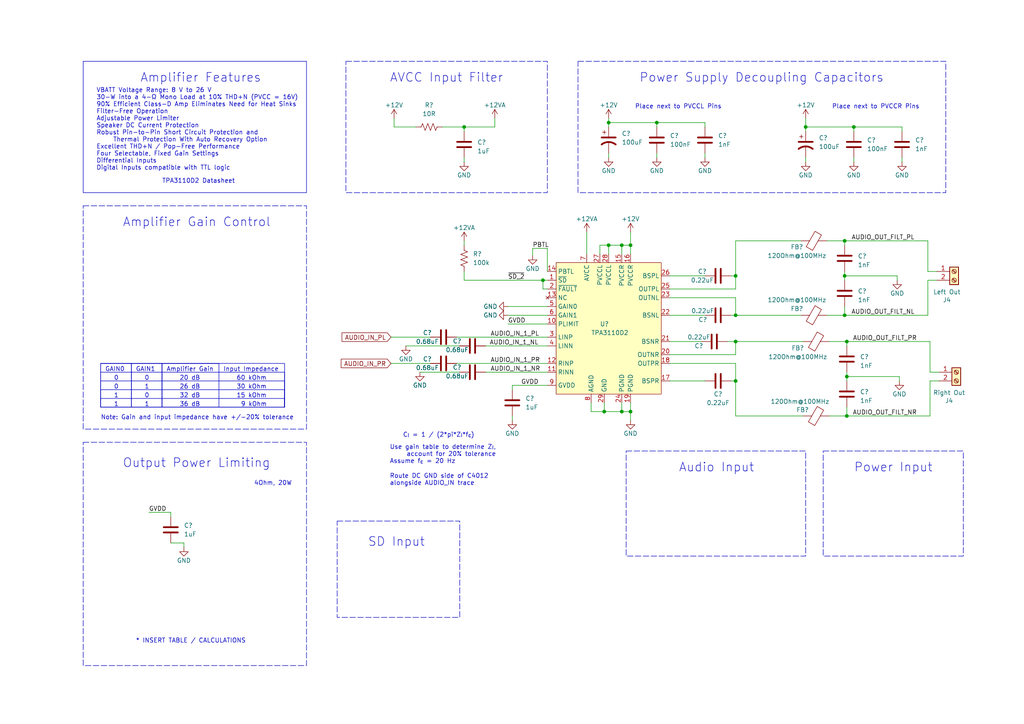
<source format=kicad_sch>
(kicad_sch (version 20230121) (generator eeschema)

  (uuid d02e40c9-ccec-400e-b892-2088ebe3bbd0)

  (paper "A4")

  (title_block
    (title "Audio Amplifier")
    (date "2023-07-23")
    (rev "V1")
    (company "Geeks For Kids")
    (comment 1 "Design for Manufacturing by JLCPCB")
  )

  (lib_symbols
    (symbol "Connector:Screw_Terminal_01x02" (pin_names (offset 1.016) hide) (in_bom yes) (on_board yes)
      (property "Reference" "J" (at 0 2.54 0)
        (effects (font (size 1.27 1.27)))
      )
      (property "Value" "Screw_Terminal_01x02" (at 0 -5.08 0)
        (effects (font (size 1.27 1.27)))
      )
      (property "Footprint" "" (at 0 0 0)
        (effects (font (size 1.27 1.27)) hide)
      )
      (property "Datasheet" "~" (at 0 0 0)
        (effects (font (size 1.27 1.27)) hide)
      )
      (property "ki_keywords" "screw terminal" (at 0 0 0)
        (effects (font (size 1.27 1.27)) hide)
      )
      (property "ki_description" "Generic screw terminal, single row, 01x02, script generated (kicad-library-utils/schlib/autogen/connector/)" (at 0 0 0)
        (effects (font (size 1.27 1.27)) hide)
      )
      (property "ki_fp_filters" "TerminalBlock*:*" (at 0 0 0)
        (effects (font (size 1.27 1.27)) hide)
      )
      (symbol "Screw_Terminal_01x02_1_1"
        (rectangle (start -1.27 1.27) (end 1.27 -3.81)
          (stroke (width 0.254) (type default))
          (fill (type background))
        )
        (circle (center 0 -2.54) (radius 0.635)
          (stroke (width 0.1524) (type default))
          (fill (type none))
        )
        (polyline
          (pts
            (xy -0.5334 -2.2098)
            (xy 0.3302 -3.048)
          )
          (stroke (width 0.1524) (type default))
          (fill (type none))
        )
        (polyline
          (pts
            (xy -0.5334 0.3302)
            (xy 0.3302 -0.508)
          )
          (stroke (width 0.1524) (type default))
          (fill (type none))
        )
        (polyline
          (pts
            (xy -0.3556 -2.032)
            (xy 0.508 -2.8702)
          )
          (stroke (width 0.1524) (type default))
          (fill (type none))
        )
        (polyline
          (pts
            (xy -0.3556 0.508)
            (xy 0.508 -0.3302)
          )
          (stroke (width 0.1524) (type default))
          (fill (type none))
        )
        (circle (center 0 0) (radius 0.635)
          (stroke (width 0.1524) (type default))
          (fill (type none))
        )
        (pin passive line (at -5.08 0 0) (length 3.81)
          (name "Pin_1" (effects (font (size 1.27 1.27))))
          (number "1" (effects (font (size 1.27 1.27))))
        )
        (pin passive line (at -5.08 -2.54 0) (length 3.81)
          (name "Pin_2" (effects (font (size 1.27 1.27))))
          (number "2" (effects (font (size 1.27 1.27))))
        )
      )
    )
    (symbol "Device:C" (pin_numbers hide) (pin_names (offset 0.254)) (in_bom yes) (on_board yes)
      (property "Reference" "C" (at 0.635 2.54 0)
        (effects (font (size 1.27 1.27)) (justify left))
      )
      (property "Value" "C" (at 0.635 -2.54 0)
        (effects (font (size 1.27 1.27)) (justify left))
      )
      (property "Footprint" "" (at 0.9652 -3.81 0)
        (effects (font (size 1.27 1.27)) hide)
      )
      (property "Datasheet" "~" (at 0 0 0)
        (effects (font (size 1.27 1.27)) hide)
      )
      (property "ki_keywords" "cap capacitor" (at 0 0 0)
        (effects (font (size 1.27 1.27)) hide)
      )
      (property "ki_description" "Unpolarized capacitor" (at 0 0 0)
        (effects (font (size 1.27 1.27)) hide)
      )
      (property "ki_fp_filters" "C_*" (at 0 0 0)
        (effects (font (size 1.27 1.27)) hide)
      )
      (symbol "C_0_1"
        (polyline
          (pts
            (xy -2.032 -0.762)
            (xy 2.032 -0.762)
          )
          (stroke (width 0.508) (type default))
          (fill (type none))
        )
        (polyline
          (pts
            (xy -2.032 0.762)
            (xy 2.032 0.762)
          )
          (stroke (width 0.508) (type default))
          (fill (type none))
        )
      )
      (symbol "C_1_1"
        (pin passive line (at 0 3.81 270) (length 2.794)
          (name "~" (effects (font (size 1.27 1.27))))
          (number "1" (effects (font (size 1.27 1.27))))
        )
        (pin passive line (at 0 -3.81 90) (length 2.794)
          (name "~" (effects (font (size 1.27 1.27))))
          (number "2" (effects (font (size 1.27 1.27))))
        )
      )
    )
    (symbol "Device:C_Polarized_US" (pin_numbers hide) (pin_names (offset 0.254) hide) (in_bom yes) (on_board yes)
      (property "Reference" "C" (at 0.635 2.54 0)
        (effects (font (size 1.27 1.27)) (justify left))
      )
      (property "Value" "C_Polarized_US" (at 0.635 -2.54 0)
        (effects (font (size 1.27 1.27)) (justify left))
      )
      (property "Footprint" "" (at 0 0 0)
        (effects (font (size 1.27 1.27)) hide)
      )
      (property "Datasheet" "~" (at 0 0 0)
        (effects (font (size 1.27 1.27)) hide)
      )
      (property "ki_keywords" "cap capacitor" (at 0 0 0)
        (effects (font (size 1.27 1.27)) hide)
      )
      (property "ki_description" "Polarized capacitor, US symbol" (at 0 0 0)
        (effects (font (size 1.27 1.27)) hide)
      )
      (property "ki_fp_filters" "CP_*" (at 0 0 0)
        (effects (font (size 1.27 1.27)) hide)
      )
      (symbol "C_Polarized_US_0_1"
        (polyline
          (pts
            (xy -2.032 0.762)
            (xy 2.032 0.762)
          )
          (stroke (width 0.508) (type default))
          (fill (type none))
        )
        (polyline
          (pts
            (xy -1.778 2.286)
            (xy -0.762 2.286)
          )
          (stroke (width 0) (type default))
          (fill (type none))
        )
        (polyline
          (pts
            (xy -1.27 1.778)
            (xy -1.27 2.794)
          )
          (stroke (width 0) (type default))
          (fill (type none))
        )
        (arc (start 2.032 -1.27) (mid 0 -0.5572) (end -2.032 -1.27)
          (stroke (width 0.508) (type default))
          (fill (type none))
        )
      )
      (symbol "C_Polarized_US_1_1"
        (pin passive line (at 0 3.81 270) (length 2.794)
          (name "~" (effects (font (size 1.27 1.27))))
          (number "1" (effects (font (size 1.27 1.27))))
        )
        (pin passive line (at 0 -3.81 90) (length 3.302)
          (name "~" (effects (font (size 1.27 1.27))))
          (number "2" (effects (font (size 1.27 1.27))))
        )
      )
    )
    (symbol "Device:FerriteBead" (pin_numbers hide) (pin_names (offset 0)) (in_bom yes) (on_board yes)
      (property "Reference" "FB" (at -3.81 0.635 90)
        (effects (font (size 1.27 1.27)))
      )
      (property "Value" "FerriteBead" (at 3.81 0 90)
        (effects (font (size 1.27 1.27)))
      )
      (property "Footprint" "" (at -1.778 0 90)
        (effects (font (size 1.27 1.27)) hide)
      )
      (property "Datasheet" "~" (at 0 0 0)
        (effects (font (size 1.27 1.27)) hide)
      )
      (property "ki_keywords" "L ferrite bead inductor filter" (at 0 0 0)
        (effects (font (size 1.27 1.27)) hide)
      )
      (property "ki_description" "Ferrite bead" (at 0 0 0)
        (effects (font (size 1.27 1.27)) hide)
      )
      (property "ki_fp_filters" "Inductor_* L_* *Ferrite*" (at 0 0 0)
        (effects (font (size 1.27 1.27)) hide)
      )
      (symbol "FerriteBead_0_1"
        (polyline
          (pts
            (xy 0 -1.27)
            (xy 0 -1.2192)
          )
          (stroke (width 0) (type default))
          (fill (type none))
        )
        (polyline
          (pts
            (xy 0 1.27)
            (xy 0 1.2954)
          )
          (stroke (width 0) (type default))
          (fill (type none))
        )
        (polyline
          (pts
            (xy -2.7686 0.4064)
            (xy -1.7018 2.2606)
            (xy 2.7686 -0.3048)
            (xy 1.6764 -2.159)
            (xy -2.7686 0.4064)
          )
          (stroke (width 0) (type default))
          (fill (type none))
        )
      )
      (symbol "FerriteBead_1_1"
        (pin passive line (at 0 3.81 270) (length 2.54)
          (name "~" (effects (font (size 1.27 1.27))))
          (number "1" (effects (font (size 1.27 1.27))))
        )
        (pin passive line (at 0 -3.81 90) (length 2.54)
          (name "~" (effects (font (size 1.27 1.27))))
          (number "2" (effects (font (size 1.27 1.27))))
        )
      )
    )
    (symbol "Device:R_US" (pin_numbers hide) (pin_names (offset 0)) (in_bom yes) (on_board yes)
      (property "Reference" "R" (at 2.54 0 90)
        (effects (font (size 1.27 1.27)))
      )
      (property "Value" "R_US" (at -2.54 0 90)
        (effects (font (size 1.27 1.27)))
      )
      (property "Footprint" "" (at 1.016 -0.254 90)
        (effects (font (size 1.27 1.27)) hide)
      )
      (property "Datasheet" "~" (at 0 0 0)
        (effects (font (size 1.27 1.27)) hide)
      )
      (property "ki_keywords" "R res resistor" (at 0 0 0)
        (effects (font (size 1.27 1.27)) hide)
      )
      (property "ki_description" "Resistor, US symbol" (at 0 0 0)
        (effects (font (size 1.27 1.27)) hide)
      )
      (property "ki_fp_filters" "R_*" (at 0 0 0)
        (effects (font (size 1.27 1.27)) hide)
      )
      (symbol "R_US_0_1"
        (polyline
          (pts
            (xy 0 -2.286)
            (xy 0 -2.54)
          )
          (stroke (width 0) (type default))
          (fill (type none))
        )
        (polyline
          (pts
            (xy 0 2.286)
            (xy 0 2.54)
          )
          (stroke (width 0) (type default))
          (fill (type none))
        )
        (polyline
          (pts
            (xy 0 -0.762)
            (xy 1.016 -1.143)
            (xy 0 -1.524)
            (xy -1.016 -1.905)
            (xy 0 -2.286)
          )
          (stroke (width 0) (type default))
          (fill (type none))
        )
        (polyline
          (pts
            (xy 0 0.762)
            (xy 1.016 0.381)
            (xy 0 0)
            (xy -1.016 -0.381)
            (xy 0 -0.762)
          )
          (stroke (width 0) (type default))
          (fill (type none))
        )
        (polyline
          (pts
            (xy 0 2.286)
            (xy 1.016 1.905)
            (xy 0 1.524)
            (xy -1.016 1.143)
            (xy 0 0.762)
          )
          (stroke (width 0) (type default))
          (fill (type none))
        )
      )
      (symbol "R_US_1_1"
        (pin passive line (at 0 3.81 270) (length 1.27)
          (name "~" (effects (font (size 1.27 1.27))))
          (number "1" (effects (font (size 1.27 1.27))))
        )
        (pin passive line (at 0 -3.81 90) (length 1.27)
          (name "~" (effects (font (size 1.27 1.27))))
          (number "2" (effects (font (size 1.27 1.27))))
        )
      )
    )
    (symbol "Electronics_Caddy:TPA3110D2" (in_bom yes) (on_board yes)
      (property "Reference" "U" (at 15.24 -15.24 0)
        (effects (font (size 1.27 1.27)))
      )
      (property "Value" "TPA3110D2" (at 15.24 -17.78 0)
        (effects (font (size 1.27 1.27)))
      )
      (property "Footprint" "" (at 0 0 0)
        (effects (font (size 1.27 1.27)) hide)
      )
      (property "Datasheet" "https://www.ti.com/lit/ds/symlink/tpa3110d2.pdf?HQS=dis-dk-null-digikeymode-dsf-pf-null-wwe&ts=1690057414294&ref_url=https%253A%252F%252Fwww.ti.com%252Fgeneral%252Fdocs%252Fsuppproductinfo.tsp%253FdistId%253D10%2526gotoUrl%253Dhttps%253A%252F%252Fwww.ti.com%252Flit%252Fgpn%252Ftpa3110d2" (at 16.51 -20.32 0)
        (effects (font (size 1.27 1.27)) hide)
      )
      (property "ki_keywords" "Audio Amplifier" (at 0 0 0)
        (effects (font (size 1.27 1.27)) hide)
      )
      (property "ki_description" "Amplifier IC 2-Channel (Stereo) Class D 28-HTSSOP" (at 0 0 0)
        (effects (font (size 1.27 1.27)) hide)
      )
      (symbol "TPA3110D2_0_1"
        (rectangle (start 0 2.54) (end 30.48 -35.56)
          (stroke (width 0) (type default))
          (fill (type background))
        )
      )
      (symbol "TPA3110D2_1_1"
        (pin input line (at -2.54 -2.54 0) (length 2.54)
          (name "~{SD}" (effects (font (size 1.27 1.27))))
          (number "1" (effects (font (size 1.27 1.27))))
        )
        (pin input line (at -2.54 -15.24 0) (length 2.54)
          (name "PLIMIT" (effects (font (size 1.27 1.27))))
          (number "10" (effects (font (size 1.27 1.27))))
        )
        (pin input line (at -2.54 -29.21 0) (length 2.54)
          (name "RINN" (effects (font (size 1.27 1.27))))
          (number "11" (effects (font (size 1.27 1.27))))
        )
        (pin input line (at -2.54 -26.67 0) (length 2.54)
          (name "RINP" (effects (font (size 1.27 1.27))))
          (number "12" (effects (font (size 1.27 1.27))))
        )
        (pin no_connect line (at -2.54 -7.62 0) (length 2.54)
          (name "NC" (effects (font (size 1.27 1.27))))
          (number "13" (effects (font (size 1.27 1.27))))
        )
        (pin input line (at -2.54 0 0) (length 2.54)
          (name "PBTL" (effects (font (size 1.27 1.27))))
          (number "14" (effects (font (size 1.27 1.27))))
        )
        (pin power_out line (at 19.05 5.08 270) (length 2.54)
          (name "PVCCR" (effects (font (size 1.27 1.27))))
          (number "15" (effects (font (size 1.27 1.27))))
        )
        (pin power_out line (at 21.59 5.08 270) (length 2.54)
          (name "PVCCR" (effects (font (size 1.27 1.27))))
          (number "16" (effects (font (size 1.27 1.27))))
        )
        (pin input line (at 33.02 -31.75 180) (length 2.54)
          (name "BSPR" (effects (font (size 1.27 1.27))))
          (number "17" (effects (font (size 1.27 1.27))))
        )
        (pin output line (at 33.02 -26.67 180) (length 2.54)
          (name "OUTPR" (effects (font (size 1.27 1.27))))
          (number "18" (effects (font (size 1.27 1.27))))
        )
        (pin power_in line (at 21.59 -38.1 90) (length 2.54)
          (name "PGND" (effects (font (size 1.27 1.27))))
          (number "19" (effects (font (size 1.27 1.27))))
        )
        (pin open_collector line (at -2.54 -5.08 0) (length 2.54)
          (name "~{FAULT}" (effects (font (size 1.27 1.27))))
          (number "2" (effects (font (size 1.27 1.27))))
        )
        (pin output line (at 33.02 -24.13 180) (length 2.54)
          (name "OUTNR" (effects (font (size 1.27 1.27))))
          (number "20" (effects (font (size 1.27 1.27))))
        )
        (pin input line (at 33.02 -20.32 180) (length 2.54)
          (name "BSNR" (effects (font (size 1.27 1.27))))
          (number "21" (effects (font (size 1.27 1.27))))
        )
        (pin input line (at 33.02 -12.7 180) (length 2.54)
          (name "BSNL" (effects (font (size 1.27 1.27))))
          (number "22" (effects (font (size 1.27 1.27))))
        )
        (pin output line (at 33.02 -7.62 180) (length 2.54)
          (name "OUTNL" (effects (font (size 1.27 1.27))))
          (number "23" (effects (font (size 1.27 1.27))))
        )
        (pin power_in line (at 19.05 -38.1 90) (length 2.54)
          (name "PGND" (effects (font (size 1.27 1.27))))
          (number "24" (effects (font (size 1.27 1.27))))
        )
        (pin output line (at 33.02 -5.08 180) (length 2.54)
          (name "OUTPL" (effects (font (size 1.27 1.27))))
          (number "25" (effects (font (size 1.27 1.27))))
        )
        (pin input line (at 33.02 -1.27 180) (length 2.54)
          (name "BSPL" (effects (font (size 1.27 1.27))))
          (number "26" (effects (font (size 1.27 1.27))))
        )
        (pin power_in line (at 12.7 5.08 270) (length 2.54)
          (name "PVCCL" (effects (font (size 1.27 1.27))))
          (number "27" (effects (font (size 1.27 1.27))))
        )
        (pin power_in line (at 15.24 5.08 270) (length 2.54)
          (name "PVCCL" (effects (font (size 1.27 1.27))))
          (number "28" (effects (font (size 1.27 1.27))))
        )
        (pin power_in line (at 13.97 -38.1 90) (length 2.54)
          (name "GND" (effects (font (size 1.27 1.27))))
          (number "29" (effects (font (size 1.27 1.27))))
        )
        (pin input line (at -2.54 -19.05 0) (length 2.54)
          (name "LINP" (effects (font (size 1.27 1.27))))
          (number "3" (effects (font (size 1.27 1.27))))
        )
        (pin input line (at -2.54 -21.59 0) (length 2.54)
          (name "LINN" (effects (font (size 1.27 1.27))))
          (number "4" (effects (font (size 1.27 1.27))))
        )
        (pin input line (at -2.54 -10.16 0) (length 2.54)
          (name "GAIN0" (effects (font (size 1.27 1.27))))
          (number "5" (effects (font (size 1.27 1.27))))
        )
        (pin input line (at -2.54 -12.7 0) (length 2.54)
          (name "GAIN1" (effects (font (size 1.27 1.27))))
          (number "6" (effects (font (size 1.27 1.27))))
        )
        (pin power_in line (at 8.89 5.08 270) (length 2.54)
          (name "AVCC" (effects (font (size 1.27 1.27))))
          (number "7" (effects (font (size 1.27 1.27))))
        )
        (pin power_in line (at 10.16 -38.1 90) (length 2.54)
          (name "AGND" (effects (font (size 1.27 1.27))))
          (number "8" (effects (font (size 1.27 1.27))))
        )
        (pin power_out line (at -2.54 -33.02 0) (length 2.54)
          (name "GVDD" (effects (font (size 1.27 1.27))))
          (number "9" (effects (font (size 1.27 1.27))))
        )
      )
    )
    (symbol "PCM_4ms_Power-symbol:GND" (power) (pin_numbers hide) (pin_names (offset 0) hide) (in_bom yes) (on_board yes)
      (property "Reference" "#PWR" (at 0 -6.35 0)
        (effects (font (size 1.27 1.27)) hide)
      )
      (property "Value" "GND" (at 0 -3.81 0)
        (effects (font (size 1.27 1.27)))
      )
      (property "Footprint" "" (at 0 0 0)
        (effects (font (size 1.27 1.27)) hide)
      )
      (property "Datasheet" "" (at 0 0 0)
        (effects (font (size 1.27 1.27)) hide)
      )
      (symbol "GND_0_1"
        (polyline
          (pts
            (xy 0 0)
            (xy 0 -1.27)
            (xy 1.27 -1.27)
            (xy 0 -2.54)
            (xy -1.27 -1.27)
            (xy 0 -1.27)
          )
          (stroke (width 0) (type default))
          (fill (type none))
        )
      )
      (symbol "GND_1_1"
        (pin power_in line (at 0 0 270) (length 0) hide
          (name "GND" (effects (font (size 1.27 1.27))))
          (number "1" (effects (font (size 1.27 1.27))))
        )
      )
    )
    (symbol "power:+12V" (power) (pin_numbers hide) (pin_names (offset 0) hide) (in_bom yes) (on_board yes)
      (property "Reference" "#PWR" (at 0 -3.81 0)
        (effects (font (size 1.27 1.27)) hide)
      )
      (property "Value" "+12V" (at 0 3.556 0)
        (effects (font (size 1.27 1.27)))
      )
      (property "Footprint" "" (at 0 0 0)
        (effects (font (size 1.27 1.27)) hide)
      )
      (property "Datasheet" "" (at 0 0 0)
        (effects (font (size 1.27 1.27)) hide)
      )
      (property "ki_keywords" "global power" (at 0 0 0)
        (effects (font (size 1.27 1.27)) hide)
      )
      (property "ki_description" "Power symbol creates a global label with name \"+12V\"" (at 0 0 0)
        (effects (font (size 1.27 1.27)) hide)
      )
      (symbol "+12V_0_1"
        (polyline
          (pts
            (xy -0.762 1.27)
            (xy 0 2.54)
          )
          (stroke (width 0) (type default))
          (fill (type none))
        )
        (polyline
          (pts
            (xy 0 0)
            (xy 0 2.54)
          )
          (stroke (width 0) (type default))
          (fill (type none))
        )
        (polyline
          (pts
            (xy 0 2.54)
            (xy 0.762 1.27)
          )
          (stroke (width 0) (type default))
          (fill (type none))
        )
      )
      (symbol "+12V_1_1"
        (pin power_in line (at 0 0 90) (length 0) hide
          (name "+12V" (effects (font (size 1.27 1.27))))
          (number "1" (effects (font (size 1.27 1.27))))
        )
      )
    )
    (symbol "power:+12VA" (power) (pin_numbers hide) (pin_names (offset 0) hide) (in_bom yes) (on_board yes)
      (property "Reference" "#PWR" (at 0 -3.81 0)
        (effects (font (size 1.27 1.27)) hide)
      )
      (property "Value" "+12VA" (at 0 3.556 0)
        (effects (font (size 1.27 1.27)))
      )
      (property "Footprint" "" (at 0 0 0)
        (effects (font (size 1.27 1.27)) hide)
      )
      (property "Datasheet" "" (at 0 0 0)
        (effects (font (size 1.27 1.27)) hide)
      )
      (property "ki_keywords" "global power" (at 0 0 0)
        (effects (font (size 1.27 1.27)) hide)
      )
      (property "ki_description" "Power symbol creates a global label with name \"+12VA\"" (at 0 0 0)
        (effects (font (size 1.27 1.27)) hide)
      )
      (symbol "+12VA_0_1"
        (polyline
          (pts
            (xy -0.762 1.27)
            (xy 0 2.54)
          )
          (stroke (width 0) (type default))
          (fill (type none))
        )
        (polyline
          (pts
            (xy 0 0)
            (xy 0 2.54)
          )
          (stroke (width 0) (type default))
          (fill (type none))
        )
        (polyline
          (pts
            (xy 0 2.54)
            (xy 0.762 1.27)
          )
          (stroke (width 0) (type default))
          (fill (type none))
        )
      )
      (symbol "+12VA_1_1"
        (pin power_in line (at 0 0 90) (length 0) hide
          (name "+12VA" (effects (font (size 1.27 1.27))))
          (number "1" (effects (font (size 1.27 1.27))))
        )
      )
    )
  )

  (junction (at 244.983 69.85) (diameter 0) (color 0 0 0 0)
    (uuid 1d16fae8-dcd8-47e2-b1fe-5217a67109c0)
  )
  (junction (at 180.34 119.38) (diameter 0) (color 0 0 0 0)
    (uuid 1e5ca6af-6127-4eec-96bc-8e758dc8055e)
  )
  (junction (at 213.36 99.06) (diameter 0) (color 0 0 0 0)
    (uuid 1fd499df-433d-4074-9fb1-0f263e1e4588)
  )
  (junction (at 182.88 119.38) (diameter 0) (color 0 0 0 0)
    (uuid 2deecc34-0062-4a42-b46b-6d61a2a543f5)
  )
  (junction (at 175.26 119.38) (diameter 0) (color 0 0 0 0)
    (uuid 369904c9-a858-46b8-87c2-b2708ebc21f4)
  )
  (junction (at 233.68 36.83) (diameter 0) (color 0 0 0 0)
    (uuid 57f09dcd-61af-4d6f-b7fa-ff04b0a22c3d)
  )
  (junction (at 180.34 71.12) (diameter 0) (color 0 0 0 0)
    (uuid 5bfa4e50-9f96-4204-a435-1f0306f527cd)
  )
  (junction (at 213.36 91.44) (diameter 0) (color 0 0 0 0)
    (uuid 5f926a6c-98f6-4689-ad19-2141d70f2d3b)
  )
  (junction (at 134.62 36.83) (diameter 0) (color 0 0 0 0)
    (uuid 682c6ba9-65e2-467b-9c6b-80a68c86f097)
  )
  (junction (at 176.53 35.56) (diameter 0) (color 0 0 0 0)
    (uuid 6b3f80a2-009a-4467-9847-8d0c6adc448b)
  )
  (junction (at 190.5 35.56) (diameter 0) (color 0 0 0 0)
    (uuid 6f50db36-4c5b-4001-a0a0-fe37d2922c87)
  )
  (junction (at 244.983 80.01) (diameter 0) (color 0 0 0 0)
    (uuid 7c4dc467-be2f-4056-93ba-1703cef34911)
  )
  (junction (at 157.48 81.28) (diameter 0) (color 0 0 0 0)
    (uuid 7d2ff9ac-75bd-4418-93b3-7ac5e582cc4d)
  )
  (junction (at 176.53 71.12) (diameter 0) (color 0 0 0 0)
    (uuid 89ed5a0e-1c11-484a-a3a5-f5e2dc59691f)
  )
  (junction (at 245.618 120.65) (diameter 0) (color 0 0 0 0)
    (uuid 8d27e83c-fdd6-4f0b-8340-bc43fa5141a6)
  )
  (junction (at 247.65 36.83) (diameter 0) (color 0 0 0 0)
    (uuid a42c7a64-9201-4e3f-a290-0572f12ca343)
  )
  (junction (at 245.618 99.06) (diameter 0) (color 0 0 0 0)
    (uuid a504a369-e59a-4e81-bdcb-d15ea093323b)
  )
  (junction (at 244.983 91.44) (diameter 0) (color 0 0 0 0)
    (uuid d20ca646-48c4-4a45-8e07-0efca615fc59)
  )
  (junction (at 245.618 109.22) (diameter 0) (color 0 0 0 0)
    (uuid d70ba2f8-ac3c-47f4-b662-913c0f6adf6b)
  )
  (junction (at 182.88 71.12) (diameter 0) (color 0 0 0 0)
    (uuid ddf15b37-b277-400c-bd31-2b21cd01e9fc)
  )
  (junction (at 213.36 110.49) (diameter 0) (color 0 0 0 0)
    (uuid e0344487-328c-400b-81c7-77417cb30b39)
  )
  (junction (at 213.36 80.01) (diameter 0) (color 0 0 0 0)
    (uuid ecd34b19-5e40-4ebe-b86e-00fa2137ce6e)
  )

  (wire (pts (xy 158.6992 72.136) (xy 158.75 72.136))
    (stroke (width 0) (type default))
    (uuid 018ad259-b5cb-4c26-bf11-9407dffd0148)
  )
  (wire (pts (xy 269.748 107.95) (xy 272.288 107.95))
    (stroke (width 0) (type default))
    (uuid 07021337-1621-4dca-b484-46964bf4a1f7)
  )
  (wire (pts (xy 194.31 91.44) (xy 204.47 91.44))
    (stroke (width 0) (type default))
    (uuid 0c9d1765-e74a-4334-a70c-9ef043f7baa4)
  )
  (wire (pts (xy 247.65 38.1) (xy 247.65 36.83))
    (stroke (width 0) (type default))
    (uuid 0cf2fe3c-4b4d-4966-8109-3229515286e6)
  )
  (wire (pts (xy 204.47 44.45) (xy 204.47 45.72))
    (stroke (width 0) (type default))
    (uuid 0f8ab069-372e-4c34-afd4-9a9ab0f7b36e)
  )
  (wire (pts (xy 213.36 120.65) (xy 232.918 120.65))
    (stroke (width 0) (type default))
    (uuid 0faacbc4-af60-49e5-b672-8220d27e827e)
  )
  (wire (pts (xy 173.99 73.66) (xy 173.99 71.12))
    (stroke (width 0) (type default))
    (uuid 10e11149-f0e1-4726-9166-f70f27875cd1)
  )
  (wire (pts (xy 43.18 148.59) (xy 49.53 148.59))
    (stroke (width 0) (type default))
    (uuid 133a14bd-f8f8-4d85-bf74-4b7bdb5a4735)
  )
  (wire (pts (xy 233.68 36.83) (xy 247.65 36.83))
    (stroke (width 0) (type default))
    (uuid 18b7a151-3bd7-461c-bef7-7e18b26537a1)
  )
  (wire (pts (xy 190.5 35.56) (xy 204.47 35.56))
    (stroke (width 0) (type default))
    (uuid 18c29e3f-504e-4f99-a53a-24c643a05e8b)
  )
  (wire (pts (xy 269.748 110.49) (xy 272.288 110.49))
    (stroke (width 0) (type default))
    (uuid 19cc2600-29f5-46b9-9170-f17d7372ba75)
  )
  (wire (pts (xy 176.53 71.12) (xy 176.53 73.66))
    (stroke (width 0) (type default))
    (uuid 1b744482-de76-4cac-ae15-cb0f881df6db)
  )
  (wire (pts (xy 245.618 120.65) (xy 245.618 118.11))
    (stroke (width 0) (type default))
    (uuid 1b78aa09-7858-4286-bbcc-d45d239b4415)
  )
  (wire (pts (xy 182.88 67.31) (xy 182.88 71.12))
    (stroke (width 0) (type default))
    (uuid 1d067d9a-0358-4036-b151-c7f1fdb0865c)
  )
  (wire (pts (xy 260.858 109.22) (xy 245.618 109.22))
    (stroke (width 0) (type default))
    (uuid 24a064de-4b7f-4a5d-b871-df524ee7ddd7)
  )
  (wire (pts (xy 190.5 44.45) (xy 190.5 45.72))
    (stroke (width 0) (type default))
    (uuid 25edee64-c380-4a6f-bb9e-f7ee0206bc37)
  )
  (wire (pts (xy 128.27 36.83) (xy 134.62 36.83))
    (stroke (width 0) (type default))
    (uuid 2619bdd2-516e-48d1-978e-562fe2284fc6)
  )
  (wire (pts (xy 176.53 71.12) (xy 180.34 71.12))
    (stroke (width 0) (type default))
    (uuid 2656617c-f138-4f47-b4ba-9d2754d26252)
  )
  (wire (pts (xy 158.75 72.136) (xy 158.75 78.74))
    (stroke (width 0) (type default))
    (uuid 2a88922c-e7f2-45ab-a517-9d4d6829e6ae)
  )
  (wire (pts (xy 194.31 86.36) (xy 213.36 86.36))
    (stroke (width 0) (type default))
    (uuid 2dd99dc1-9c40-43bd-9725-a3329a2a1eb7)
  )
  (wire (pts (xy 140.843 107.95) (xy 158.75 107.95))
    (stroke (width 0) (type default))
    (uuid 2fb6ae1b-4252-4cfc-8ebd-0d42ff3cd9e2)
  )
  (wire (pts (xy 245.618 107.95) (xy 245.618 109.22))
    (stroke (width 0) (type default))
    (uuid 36f4f516-3208-4e26-af17-7c18d35e8b24)
  )
  (wire (pts (xy 213.36 69.85) (xy 213.36 80.01))
    (stroke (width 0) (type default))
    (uuid 3a144924-7b50-4d32-a43c-0c1fc554fa1c)
  )
  (wire (pts (xy 158.6992 72.0344) (xy 158.6992 72.136))
    (stroke (width 0) (type default))
    (uuid 3a3a3ed7-3083-48cf-907f-af2638780913)
  )
  (wire (pts (xy 182.88 119.38) (xy 182.88 121.92))
    (stroke (width 0) (type default))
    (uuid 3e66b1da-f998-4bb6-b21f-c294af9209a4)
  )
  (wire (pts (xy 245.618 99.06) (xy 245.618 100.33))
    (stroke (width 0) (type default))
    (uuid 3f224ec5-7c16-40a4-a9ac-b4c8caf7fc01)
  )
  (wire (pts (xy 148.59 121.92) (xy 148.59 120.65))
    (stroke (width 0) (type default))
    (uuid 46b3135f-535f-4bf8-98d4-4781c65ff8cc)
  )
  (wire (pts (xy 180.34 119.38) (xy 182.88 119.38))
    (stroke (width 0) (type default))
    (uuid 48ce61a5-2941-4f3d-8838-2a013939e235)
  )
  (wire (pts (xy 114.3 34.29) (xy 114.3 36.83))
    (stroke (width 0) (type default))
    (uuid 4a0c5a92-4336-4633-a821-7d63451c9561)
  )
  (wire (pts (xy 269.748 107.95) (xy 269.748 99.06))
    (stroke (width 0) (type default))
    (uuid 4e1e1772-cdfd-4378-a836-194ce1b0c09b)
  )
  (wire (pts (xy 134.62 45.72) (xy 134.62 46.99))
    (stroke (width 0) (type default))
    (uuid 511a8e2b-9219-492a-a314-866a8e4cb397)
  )
  (wire (pts (xy 114.3 36.83) (xy 120.65 36.83))
    (stroke (width 0) (type default))
    (uuid 534ba6c9-efc8-4d4c-b16c-9899e7b1cec5)
  )
  (wire (pts (xy 171.45 119.38) (xy 175.26 119.38))
    (stroke (width 0) (type default))
    (uuid 54f68a39-20d9-4e91-8408-195a534c9447)
  )
  (wire (pts (xy 53.34 157.48) (xy 49.53 157.48))
    (stroke (width 0) (type default))
    (uuid 57e2ff36-c52c-4a8c-af55-ac494232132b)
  )
  (wire (pts (xy 244.983 69.85) (xy 269.113 69.85))
    (stroke (width 0) (type default))
    (uuid 58652972-8ef9-42cf-a133-cd460cd4eaa6)
  )
  (wire (pts (xy 175.26 116.84) (xy 175.26 119.38))
    (stroke (width 0) (type default))
    (uuid 592ed1a0-8f8e-4290-bff8-b62ec1dbb380)
  )
  (wire (pts (xy 147.32 88.9) (xy 158.75 88.9))
    (stroke (width 0) (type default))
    (uuid 598c436f-4dd2-4d34-8ce6-54866cab9ad8)
  )
  (wire (pts (xy 157.48 83.82) (xy 157.48 81.28))
    (stroke (width 0) (type default))
    (uuid 5a69fa78-d502-4368-87de-4ab12f704b70)
  )
  (wire (pts (xy 194.31 102.87) (xy 213.36 102.87))
    (stroke (width 0) (type default))
    (uuid 5d027bd5-ad7a-4746-97ad-5a16a120163f)
  )
  (wire (pts (xy 247.65 36.83) (xy 261.62 36.83))
    (stroke (width 0) (type default))
    (uuid 5e7b3ed3-07dc-4066-bfd3-4e20cdab3f8a)
  )
  (wire (pts (xy 121.793 107.95) (xy 133.223 107.95))
    (stroke (width 0) (type default))
    (uuid 5edc295d-f6a6-4b0e-bd41-3a4b2ba13626)
  )
  (wire (pts (xy 154.4828 72.0344) (xy 154.4828 74.1172))
    (stroke (width 0) (type default))
    (uuid 6115163c-2fd9-4a20-bac0-f2ba99dbe45b)
  )
  (wire (pts (xy 194.31 110.49) (xy 204.47 110.49))
    (stroke (width 0) (type default))
    (uuid 654ef043-7923-408b-b28d-004b6f70c666)
  )
  (wire (pts (xy 182.88 71.12) (xy 182.88 73.66))
    (stroke (width 0) (type default))
    (uuid 6561adef-51fb-4a68-80c1-defd930e8d69)
  )
  (wire (pts (xy 213.36 80.01) (xy 213.36 83.82))
    (stroke (width 0) (type default))
    (uuid 6574e9fe-c6ca-4a3b-8b0b-7b573135570c)
  )
  (wire (pts (xy 269.113 91.44) (xy 269.113 81.28))
    (stroke (width 0) (type default))
    (uuid 6aa09be5-4d72-43d0-b9ad-e37d5386c56a)
  )
  (wire (pts (xy 113.411 105.41) (xy 124.841 105.41))
    (stroke (width 0) (type default))
    (uuid 6b292ac9-e1cf-4ebe-90e8-b82f49e7cab2)
  )
  (wire (pts (xy 233.68 34.29) (xy 233.68 36.83))
    (stroke (width 0) (type default))
    (uuid 6bc65d05-2bf4-4111-886a-27c19990a7b2)
  )
  (wire (pts (xy 244.983 91.44) (xy 269.113 91.44))
    (stroke (width 0) (type default))
    (uuid 6cda518a-3199-4268-b9af-75b924659e39)
  )
  (wire (pts (xy 148.59 113.03) (xy 148.59 111.76))
    (stroke (width 0) (type default))
    (uuid 6d17540a-f5ab-49c1-b49a-3aab443e98b1)
  )
  (wire (pts (xy 247.65 45.72) (xy 247.65 46.99))
    (stroke (width 0) (type default))
    (uuid 6f3578ac-d6b5-4bf8-b52c-d097da8db62b)
  )
  (wire (pts (xy 194.31 99.06) (xy 203.3524 99.06))
    (stroke (width 0) (type default))
    (uuid 6f5ea888-a9a0-4e4c-a2f2-ce52e2643941)
  )
  (wire (pts (xy 180.34 71.12) (xy 182.88 71.12))
    (stroke (width 0) (type default))
    (uuid 6f82e7e3-ac90-4d17-8e56-9a28db928355)
  )
  (wire (pts (xy 244.983 78.74) (xy 244.983 80.01))
    (stroke (width 0) (type default))
    (uuid 704bb1d8-3917-49e8-a594-e46a678f6584)
  )
  (wire (pts (xy 213.36 110.49) (xy 213.36 120.65))
    (stroke (width 0) (type default))
    (uuid 7099062f-1a48-427c-80f5-37d3adfd9ebb)
  )
  (wire (pts (xy 213.36 99.06) (xy 232.918 99.06))
    (stroke (width 0) (type default))
    (uuid 71373718-d416-4987-b333-4bec2d9e0686)
  )
  (wire (pts (xy 148.59 111.76) (xy 158.75 111.76))
    (stroke (width 0) (type default))
    (uuid 7219d5c0-957c-4168-ac63-40a6f8bfbeb7)
  )
  (wire (pts (xy 210.9724 99.06) (xy 213.36 99.06))
    (stroke (width 0) (type default))
    (uuid 73d0de02-fb4b-4b2f-a4eb-0c875a5906e2)
  )
  (wire (pts (xy 245.618 99.06) (xy 269.748 99.06))
    (stroke (width 0) (type default))
    (uuid 75cbdefa-e19a-4032-9668-c902eb554054)
  )
  (wire (pts (xy 154.4828 72.0344) (xy 158.6992 72.0344))
    (stroke (width 0) (type default))
    (uuid 7871fc1b-b462-46f5-8ded-bd89124db6dc)
  )
  (wire (pts (xy 261.62 45.72) (xy 261.62 46.99))
    (stroke (width 0) (type default))
    (uuid 79def754-f462-410e-bd10-65ccf72eb77a)
  )
  (wire (pts (xy 213.36 110.49) (xy 212.09 110.49))
    (stroke (width 0) (type default))
    (uuid 7a20eb42-14ec-4ad0-97e7-aacd981b99cc)
  )
  (wire (pts (xy 260.858 110.49) (xy 260.858 109.22))
    (stroke (width 0) (type default))
    (uuid 7c42dea8-6f06-442e-8d85-9fa3b8fc2d92)
  )
  (wire (pts (xy 269.748 120.65) (xy 269.748 110.49))
    (stroke (width 0) (type default))
    (uuid 811f76ff-1ae9-4fcd-81a8-e52d17144ac4)
  )
  (wire (pts (xy 134.62 69.85) (xy 134.62 71.12))
    (stroke (width 0) (type default))
    (uuid 870417f0-3369-4ea8-b31a-a43f7b6ab4c5)
  )
  (wire (pts (xy 175.26 119.38) (xy 180.34 119.38))
    (stroke (width 0) (type default))
    (uuid 888956db-67b8-4838-9247-1e4522736a48)
  )
  (wire (pts (xy 180.34 116.84) (xy 180.34 119.38))
    (stroke (width 0) (type default))
    (uuid 8db21871-4269-4539-ba13-42e22f8c351f)
  )
  (wire (pts (xy 213.36 86.36) (xy 213.36 91.44))
    (stroke (width 0) (type default))
    (uuid 90c7c482-027f-4043-a47f-4c49cfb4a69f)
  )
  (wire (pts (xy 194.31 105.41) (xy 213.36 105.41))
    (stroke (width 0) (type default))
    (uuid 94717208-d7cf-4dc9-a1f2-50c9a3174931)
  )
  (wire (pts (xy 134.62 78.74) (xy 134.62 81.28))
    (stroke (width 0) (type default))
    (uuid 96bf8147-6cad-4c57-9131-aced7b059966)
  )
  (wire (pts (xy 233.68 38.1) (xy 233.68 36.83))
    (stroke (width 0) (type default))
    (uuid 97070593-065e-4d16-8889-7aa627f14710)
  )
  (wire (pts (xy 244.983 91.44) (xy 244.983 88.9))
    (stroke (width 0) (type default))
    (uuid 97aff7f9-2b93-4ed5-a454-e69190c0cfc5)
  )
  (wire (pts (xy 49.53 148.59) (xy 49.53 149.86))
    (stroke (width 0) (type default))
    (uuid 97b7f5a0-13cd-4fc9-bb5d-02536ecf5535)
  )
  (wire (pts (xy 176.53 35.56) (xy 190.5 35.56))
    (stroke (width 0) (type default))
    (uuid 996d7921-eddc-4b1f-be1d-cbbc875481df)
  )
  (wire (pts (xy 245.618 120.65) (xy 269.748 120.65))
    (stroke (width 0) (type default))
    (uuid 9a575563-e407-4615-9b81-5e01a2b78762)
  )
  (wire (pts (xy 261.62 38.1) (xy 261.62 36.83))
    (stroke (width 0) (type default))
    (uuid 9bc8d470-ed26-4481-a7a4-0a69a499fe9d)
  )
  (wire (pts (xy 132.461 105.41) (xy 158.75 105.41))
    (stroke (width 0) (type default))
    (uuid 9d0d5c29-eb6a-4a5c-b6f9-464b3fa620e8)
  )
  (wire (pts (xy 171.45 116.84) (xy 171.45 119.38))
    (stroke (width 0) (type default))
    (uuid 9d3ba59d-1741-460e-ac1f-c12d710344b5)
  )
  (wire (pts (xy 245.618 109.22) (xy 245.618 110.49))
    (stroke (width 0) (type default))
    (uuid 9e7583b7-08c8-4f98-8697-bce1b7d3ba58)
  )
  (wire (pts (xy 269.113 78.74) (xy 269.113 69.85))
    (stroke (width 0) (type default))
    (uuid a1e16452-f373-4169-a0ed-f16c1a543e1b)
  )
  (wire (pts (xy 260.223 81.28) (xy 260.223 80.01))
    (stroke (width 0) (type default))
    (uuid a39f1a23-92bd-48cd-a324-eda715b84c45)
  )
  (wire (pts (xy 213.36 99.06) (xy 213.36 102.87))
    (stroke (width 0) (type default))
    (uuid a3e7e820-d2bb-4a8f-b63a-72731d0914fa)
  )
  (wire (pts (xy 170.18 67.31) (xy 170.18 73.66))
    (stroke (width 0) (type default))
    (uuid a6232d52-a03a-4ded-9ea5-008d4b9a9328)
  )
  (wire (pts (xy 240.538 120.65) (xy 245.618 120.65))
    (stroke (width 0) (type default))
    (uuid a79f71e8-0055-4603-a4ed-fa265562fbaf)
  )
  (wire (pts (xy 269.113 78.74) (xy 271.653 78.74))
    (stroke (width 0) (type default))
    (uuid ad5de655-6881-4662-aa3f-217d92a6482d)
  )
  (wire (pts (xy 173.99 71.12) (xy 176.53 71.12))
    (stroke (width 0) (type default))
    (uuid ad7a9720-d38e-492b-86fe-077e4613dc77)
  )
  (wire (pts (xy 157.48 81.28) (xy 158.75 81.28))
    (stroke (width 0) (type default))
    (uuid afd527cd-bea3-47aa-af85-1015fd5ccd2f)
  )
  (wire (pts (xy 244.983 69.85) (xy 244.983 71.12))
    (stroke (width 0) (type default))
    (uuid b262a98b-ab19-4037-a846-03136d813644)
  )
  (wire (pts (xy 213.36 80.01) (xy 212.09 80.01))
    (stroke (width 0) (type default))
    (uuid b27ac577-3e48-4770-9730-1ed0ee5d58b9)
  )
  (wire (pts (xy 240.538 99.06) (xy 245.618 99.06))
    (stroke (width 0) (type default))
    (uuid b60400d1-d48f-4416-9d86-7fe615a325ca)
  )
  (wire (pts (xy 113.411 97.79) (xy 124.841 97.79))
    (stroke (width 0) (type default))
    (uuid b6c6c483-2837-408d-ace5-bdd270b70837)
  )
  (wire (pts (xy 143.51 34.29) (xy 143.51 36.83))
    (stroke (width 0) (type default))
    (uuid b7193f6d-89d4-49e5-9dd6-38f07bbaf2cb)
  )
  (wire (pts (xy 53.34 157.48) (xy 53.34 158.75))
    (stroke (width 0) (type default))
    (uuid b749f191-6234-4664-983f-f7f02469f1a1)
  )
  (wire (pts (xy 260.223 80.01) (xy 244.983 80.01))
    (stroke (width 0) (type default))
    (uuid b813b411-fefc-42e6-9d86-505977eb98ea)
  )
  (wire (pts (xy 134.62 36.83) (xy 134.62 38.1))
    (stroke (width 0) (type default))
    (uuid bf97a61c-05f2-4ae6-baee-0e73e328c4bd)
  )
  (wire (pts (xy 158.75 83.82) (xy 157.48 83.82))
    (stroke (width 0) (type default))
    (uuid bfb99192-70bb-440e-9e39-4ed6e99971c3)
  )
  (wire (pts (xy 180.34 73.66) (xy 180.34 71.12))
    (stroke (width 0) (type default))
    (uuid bfd57d85-e87e-4dfe-96f3-41408f4ba028)
  )
  (wire (pts (xy 132.461 97.79) (xy 158.75 97.79))
    (stroke (width 0) (type default))
    (uuid c0cb2049-15e5-485b-8f47-81f6357275f4)
  )
  (wire (pts (xy 182.88 116.84) (xy 182.88 119.38))
    (stroke (width 0) (type default))
    (uuid c3e95270-b143-4942-8882-7473c6d3ba8b)
  )
  (wire (pts (xy 194.31 80.01) (xy 204.47 80.01))
    (stroke (width 0) (type default))
    (uuid c4c2ad17-203e-4d37-acbf-c7d9e1c66e42)
  )
  (wire (pts (xy 233.68 45.72) (xy 233.68 46.99))
    (stroke (width 0) (type default))
    (uuid c79dd746-e21b-4f03-9830-18f94bd69999)
  )
  (wire (pts (xy 176.53 34.29) (xy 176.53 35.56))
    (stroke (width 0) (type default))
    (uuid cba964b3-bce7-4752-9269-e1b73f123956)
  )
  (wire (pts (xy 140.843 100.33) (xy 158.75 100.33))
    (stroke (width 0) (type default))
    (uuid cd3e6351-bfbb-4fb7-bc4d-1de573203856)
  )
  (wire (pts (xy 239.903 91.44) (xy 244.983 91.44))
    (stroke (width 0) (type default))
    (uuid d4d0c726-d37f-441f-8e05-4ec716cc270e)
  )
  (wire (pts (xy 117.729 100.33) (xy 133.223 100.33))
    (stroke (width 0) (type default))
    (uuid d8136cf2-ef41-423c-968e-1aa4c497614b)
  )
  (wire (pts (xy 213.36 91.44) (xy 232.283 91.44))
    (stroke (width 0) (type default))
    (uuid dc24e5be-d8f3-4ba8-b9e1-7e62dd378817)
  )
  (wire (pts (xy 134.62 36.83) (xy 143.51 36.83))
    (stroke (width 0) (type default))
    (uuid ddce5733-6f2a-4a72-a144-5d886ec22de0)
  )
  (wire (pts (xy 176.53 44.45) (xy 176.53 45.72))
    (stroke (width 0) (type default))
    (uuid e02dca9b-32db-4133-8c3e-8c10bee768bd)
  )
  (wire (pts (xy 194.31 83.82) (xy 213.36 83.82))
    (stroke (width 0) (type default))
    (uuid e04a07ce-0323-4f9f-9c6d-ac75fce3e925)
  )
  (wire (pts (xy 147.32 91.44) (xy 158.75 91.44))
    (stroke (width 0) (type default))
    (uuid e05ddf5d-a561-469c-9b79-ae7221fedb7b)
  )
  (wire (pts (xy 147.32 93.98) (xy 158.75 93.98))
    (stroke (width 0) (type default))
    (uuid e21b0b81-5bd3-472e-a4a7-6416a9bf7475)
  )
  (wire (pts (xy 190.5 36.83) (xy 190.5 35.56))
    (stroke (width 0) (type default))
    (uuid e227c08e-c2a0-4079-aa48-716a5545287d)
  )
  (wire (pts (xy 244.983 80.01) (xy 244.983 81.28))
    (stroke (width 0) (type default))
    (uuid e449dfd8-1972-4297-b3df-151c1894a6df)
  )
  (wire (pts (xy 204.47 36.83) (xy 204.47 35.56))
    (stroke (width 0) (type default))
    (uuid e62f1a44-8e5b-4e41-b1ca-50452a65472d)
  )
  (wire (pts (xy 176.53 36.83) (xy 176.53 35.56))
    (stroke (width 0) (type default))
    (uuid ea011cfd-f4fc-4b74-84fc-d19092a3972d)
  )
  (wire (pts (xy 134.62 81.28) (xy 157.48 81.28))
    (stroke (width 0) (type default))
    (uuid ee4fed48-5d88-414b-a637-d76963fa8345)
  )
  (wire (pts (xy 213.36 110.49) (xy 213.36 105.41))
    (stroke (width 0) (type default))
    (uuid f1e7c9ac-05bb-44d7-b577-7aac2392dff3)
  )
  (wire (pts (xy 269.113 81.28) (xy 271.653 81.28))
    (stroke (width 0) (type default))
    (uuid f495a161-cd00-4205-ab7d-7feea9cb1188)
  )
  (wire (pts (xy 213.36 91.44) (xy 212.09 91.44))
    (stroke (width 0) (type default))
    (uuid fcd40fa5-e470-4899-9dd9-e073d47c24e7)
  )
  (wire (pts (xy 213.36 69.85) (xy 232.283 69.85))
    (stroke (width 0) (type default))
    (uuid ff952bcc-2a50-4ea1-a2b1-5662e3eb2ff0)
  )
  (wire (pts (xy 239.903 69.85) (xy 244.983 69.85))
    (stroke (width 0) (type default))
    (uuid ffa6aef5-7964-488d-a4ec-ef70f2e978da)
  )

  (rectangle (start 238.76 130.81) (end 279.4 161.29)
    (stroke (width 0) (type dash))
    (fill (type none))
    (uuid 07b20bc3-e597-42a9-b87e-c1b02531f35c)
  )
  (rectangle (start 29.21 105.41) (end 38.1 118.11)
    (stroke (width 0) (type default))
    (fill (type none))
    (uuid 1aab9255-8bc2-4740-a326-6dd2e00934fc)
  )
  (rectangle (start 167.64 17.78) (end 274.32 55.88)
    (stroke (width 0) (type dash))
    (fill (type none))
    (uuid 1de486c5-8c9a-491e-9c0f-99525e764632)
  )
  (rectangle (start 97.79 151.13) (end 133.35 179.07)
    (stroke (width 0) (type dash))
    (fill (type none))
    (uuid 23fde511-d2e3-4a30-9533-dc303d89cdcb)
  )
  (rectangle (start 29.21 115.57) (end 82.55 118.11)
    (stroke (width 0) (type default))
    (fill (type none))
    (uuid 40d4c707-5d2a-4f03-bd10-36cc47b5d34c)
  )
  (rectangle (start 24.13 128.27) (end 88.9 193.04)
    (stroke (width 0) (type dash))
    (fill (type none))
    (uuid 61988adc-2abf-49ea-b884-41de97c2cd47)
  )
  (rectangle (start 100.33 17.78) (end 158.75 55.88)
    (stroke (width 0) (type dash))
    (fill (type none))
    (uuid 79f2c892-b4b2-43db-953a-fe423db7a529)
  )
  (rectangle (start 38.1 105.41) (end 46.99 118.11)
    (stroke (width 0) (type default))
    (fill (type none))
    (uuid 80bad754-87c9-4826-a349-9224443746ae)
  )
  (rectangle (start 24.13 17.78) (end 88.9 55.88)
    (stroke (width 0) (type default))
    (fill (type none))
    (uuid 99eaf535-18b6-48df-b759-b4f3064e9f00)
  )
  (rectangle (start 181.61 130.81) (end 233.68 161.29)
    (stroke (width 0) (type dash))
    (fill (type none))
    (uuid 9fbacfd5-5643-4436-aab3-f819afe057f5)
  )
  (rectangle (start 29.21 105.41) (end 82.55 118.11)
    (stroke (width 0) (type default))
    (fill (type none))
    (uuid a2c3cba4-e008-4010-8fa9-98ae9aa2b9c7)
  )
  (rectangle (start 24.13 59.69) (end 88.9 124.46)
    (stroke (width 0) (type dash))
    (fill (type none))
    (uuid aeb715e4-66a3-42bc-bfa2-56b8657476f9)
  )
  (rectangle (start 46.99 105.41) (end 63.5 118.11)
    (stroke (width 0) (type default))
    (fill (type none))
    (uuid b9aefc7a-35b7-48ea-9629-1ce7b76751c7)
  )
  (rectangle (start 29.21 110.49) (end 82.55 118.11)
    (stroke (width 0) (type default))
    (fill (type none))
    (uuid cafa2eb5-3c27-456d-bb4b-6e0e71bdde50)
  )
  (rectangle (start 29.21 113.03) (end 82.55 118.11)
    (stroke (width 0) (type default))
    (fill (type none))
    (uuid e01232b5-6e58-4085-91f5-933828bfb85f)
  )
  (rectangle (start 29.21 107.95) (end 82.55 118.11)
    (stroke (width 0) (type default))
    (fill (type none))
    (uuid e5cdc6e3-fc4c-4bdd-a08b-70e57e0e5794)
  )

  (text "30 kOhm" (at 68.58 113.03 0)
    (effects (font (size 1.27 1.27)) (justify left bottom))
    (uuid 0733bf93-f64e-4047-9524-51eef96993f9)
  )
  (text "Route DC GND side of C4012 \nalongside AUDIO_IN trace"
    (at 113.03 140.97 0)
    (effects (font (size 1.27 1.27)) (justify left bottom))
    (uuid 1a3eccb1-f31f-4a07-a6ee-c9a1bd09fde3)
  )
  (text "Use gain table to determine Z_{I}, \n     account for 20% tolerance\nAssume f_{c} = 20 Hz"
    (at 113.03 134.62 0)
    (effects (font (size 1.27 1.27)) (justify left bottom))
    (uuid 20564366-5668-41e7-adcc-a2c34f8c369d)
  )
  (text "Amplifier Gain Control" (at 35.56 66.04 0)
    (effects (font (size 2.54 2.54)) (justify left bottom))
    (uuid 30954b2a-98b2-4a08-9a28-434f7617071f)
  )
  (text "0" (at 41.91 115.57 0)
    (effects (font (size 1.27 1.27)) (justify left bottom))
    (uuid 36df1622-6359-4005-8166-76a980a44abb)
  )
  (text "1" (at 41.91 113.03 0)
    (effects (font (size 1.27 1.27)) (justify left bottom))
    (uuid 3fdedcdf-6d4e-4ad7-ae3a-3cad5481fe8b)
  )
  (text "0" (at 33.02 110.49 0)
    (effects (font (size 1.27 1.27)) (justify left bottom))
    (uuid 4af70951-547b-4dc8-a243-246a8854e2ec)
  )
  (text "GAIN0" (at 30.48 107.95 0)
    (effects (font (size 1.27 1.27)) (justify left bottom))
    (uuid 4cb826f7-967a-48f8-8d43-665866260e9c)
  )
  (text "Output Power Limiting" (at 35.56 135.89 0)
    (effects (font (size 2.54 2.54)) (justify left bottom))
    (uuid 50d15054-7ee0-4095-849f-8bf031e323c0)
  )
  (text "32 dB" (at 52.07 115.57 0)
    (effects (font (size 1.27 1.27)) (justify left bottom))
    (uuid 527bbda6-7283-40d7-ad63-d119bb63db42)
  )
  (text "0" (at 41.91 110.49 0)
    (effects (font (size 1.27 1.27)) (justify left bottom))
    (uuid 5843a4d6-eee4-43d2-afef-4cc1bb949c09)
  )
  (text "1" (at 41.91 118.11 0)
    (effects (font (size 1.27 1.27)) (justify left bottom))
    (uuid 63622410-90d0-41e6-ba4d-d789129ae8c0)
  )
  (text "C_{I} = 1 / (2*pi*Z_{I}*f_{c})" (at 116.84 127 0)
    (effects (font (size 1.27 1.27)) (justify left bottom))
    (uuid 66df39d9-42c8-4450-81e7-03f7e44eef53)
  )
  (text "20 dB" (at 52.07 110.49 0)
    (effects (font (size 1.27 1.27)) (justify left bottom))
    (uuid 8025f43f-fe71-484e-b5c5-2e140369e70e)
  )
  (text "* INSERT TABLE / CALCULATIONS" (at 39.37 186.69 0)
    (effects (font (size 1.27 1.27)) (justify left bottom))
    (uuid 8b2e65f0-bdaa-4871-9dfa-072a64640a1b)
  )
  (text "SD Input" (at 106.68 158.75 0)
    (effects (font (size 2.54 2.54)) (justify left bottom))
    (uuid 982a299e-7358-48d1-a144-6f0e4b0f6ab9)
  )
  (text "Audio Input" (at 196.85 137.16 0)
    (effects (font (size 2.54 2.54)) (justify left bottom))
    (uuid 9af44520-69bb-476e-b24b-302ca17125d8)
  )
  (text "Note: Gain and input impedance have +/-20% tolerance"
    (at 29.21 121.92 0)
    (effects (font (size 1.27 1.27)) (justify left bottom))
    (uuid 9c508497-28c6-4e56-9c5b-614246eff3f0)
  )
  (text "1" (at 33.02 118.11 0)
    (effects (font (size 1.27 1.27)) (justify left bottom))
    (uuid 9e5633bc-ac86-4a9f-a247-21e5a2aa074a)
  )
  (text "0" (at 33.02 113.03 0)
    (effects (font (size 1.27 1.27)) (justify left bottom))
    (uuid a0c5aa98-d256-47b5-8595-7f19fa4963c6)
  )
  (text "26 dB" (at 52.07 113.03 0)
    (effects (font (size 1.27 1.27)) (justify left bottom))
    (uuid aee165fe-5960-4273-b650-644ef9e7289b)
  )
  (text "VBATT Voltage Range: 8 V to 26 V\n30-W into a 4-Ω Mono Load at 10% THD+N (PVCC = 16V)\n90% Efficient Class-D Amp Eliminates Need for Heat Sinks\nFilter-Free Operation\nAdjustable Power Limiter\nSpeaker DC Current Protection\nRobust Pin-to-Pin Short Circuit Protection and \n     Thermal Protection With Auto Recovery Option\nExcellent THD+N / Pop-Free Performance\nFour Selectable, Fixed Gain Settings\nDifferential Inputs\nDigital Inputs compatible with TTL logic"
    (at 27.94 49.53 0)
    (effects (font (size 1.27 1.27)) (justify left bottom))
    (uuid b0cb94ab-c37b-48b7-aaf9-9819ade4f9e8)
  )
  (text "Amplifier Features" (at 40.64 24.13 0)
    (effects (font (size 2.54 2.54)) (justify left bottom))
    (uuid b4a71de6-755e-4a92-aa4f-f7b3084dd1d4)
  )
  (text "Amplifier Gain" (at 48.26 107.95 0)
    (effects (font (size 1.27 1.27)) (justify left bottom))
    (uuid ba843e27-1cef-42d3-94bd-03506a018f49)
  )
  (text "Power Input" (at 247.65 137.16 0)
    (effects (font (size 2.54 2.54)) (justify left bottom))
    (uuid bc37d35d-edea-4407-a0c1-2f84d897fcac)
  )
  (text "36 dB" (at 52.07 118.11 0)
    (effects (font (size 1.27 1.27)) (justify left bottom))
    (uuid bd10e605-4192-4154-853f-514204ff5909)
  )
  (text "4Ohm, 20W" (at 73.66 140.97 0)
    (effects (font (size 1.27 1.27)) (justify left bottom))
    (uuid cc672c45-09f2-494b-b5cb-e0696d8f8d05)
  )
  (text "TPA3110D2 Datasheet" (at 46.99 53.34 0)
    (effects (font (size 1.27 1.27)) (justify left bottom) (href "https://www.ti.com/lit/ds/symlink/tpa3110d2.pdf?HQS=dis-dk-null-digikeymode-dsf-pf-null-wwe&ts=1690057414294&ref_url=https%253A%252F%252Fwww.ti.com%252Fgeneral%252Fdocs%252Fsuppproductinfo.tsp%253FdistId%253D10%2526gotoUrl%253Dhttps%253A%252F%252Fwww.ti.com%252Flit%252Fgpn%252Ftpa3110d2"))
    (uuid d7605262-6c33-4a49-9298-c32e5e63653f)
  )
  (text "AVCC Input Filter" (at 113.03 24.13 0)
    (effects (font (size 2.54 2.54)) (justify left bottom))
    (uuid db9a0144-9edc-4886-a386-e8869f848a1d)
  )
  (text "15 kOhm" (at 68.58 115.57 0)
    (effects (font (size 1.27 1.27)) (justify left bottom))
    (uuid e2f86b07-f84f-4135-9ee9-46f5a15ca19a)
  )
  (text "9 kOhm" (at 69.85 118.11 0)
    (effects (font (size 1.27 1.27)) (justify left bottom))
    (uuid e4754c66-d1aa-41e0-8643-12a35f5fb002)
  )
  (text "Place next to PVCCR Pins" (at 241.3 31.75 0)
    (effects (font (size 1.27 1.27)) (justify left bottom))
    (uuid e6250921-8576-488e-a9bd-5d3072074748)
  )
  (text "1" (at 33.02 115.57 0)
    (effects (font (size 1.27 1.27)) (justify left bottom))
    (uuid eb25b434-fcc0-4d5b-a8f4-33148142e517)
  )
  (text "GAIN1" (at 39.37 107.95 0)
    (effects (font (size 1.27 1.27)) (justify left bottom))
    (uuid ed871e2e-fe82-48cc-824c-99509ce0595d)
  )
  (text "60 kOhm" (at 68.58 110.49 0)
    (effects (font (size 1.27 1.27)) (justify left bottom))
    (uuid ee0cccfb-f222-4d49-a0bd-ef7eff9f7e8b)
  )
  (text "Input Impedance" (at 64.77 107.95 0)
    (effects (font (size 1.27 1.27)) (justify left bottom))
    (uuid ef3dcdf4-e9cd-46b9-b3ba-b71f7bdc6746)
  )
  (text "Power Supply Decoupling Capacitors" (at 185.42 24.13 0)
    (effects (font (size 2.54 2.54)) (justify left bottom))
    (uuid f2769493-73e3-4fc1-96c4-3755502820d6)
  )
  (text "Place next to PVCCL Pins" (at 184.15 31.75 0)
    (effects (font (size 1.27 1.27)) (justify left bottom))
    (uuid fe8c7087-aee3-47ea-8d10-413273e3b754)
  )

  (label "AUDIO_IN_1_PL" (at 142.24 97.79 0) (fields_autoplaced)
    (effects (font (size 1.27 1.27)) (justify left bottom))
    (uuid 11bec232-7422-45c0-82c6-36dd7bebda66)
  )
  (label "GVDD" (at 151.13 111.76 0) (fields_autoplaced)
    (effects (font (size 1.27 1.27)) (justify left bottom))
    (uuid 2209a37e-f305-4bdd-8d73-3109d02da980)
  )
  (label "AUDIO_OUT_FILT_NL" (at 265.303 91.44 180) (fields_autoplaced)
    (effects (font (size 1.27 1.27)) (justify right bottom))
    (uuid 6566a2ba-a428-4a39-b42d-936e75a8c32b)
  )
  (label "AUDIO_IN_1_NR" (at 142.24 107.95 0) (fields_autoplaced)
    (effects (font (size 1.27 1.27)) (justify left bottom))
    (uuid 7dc4c679-0f67-4af5-9e9e-f852c79cb749)
  )
  (label "AUDIO_OUT_FILT_PL" (at 265.303 69.85 180) (fields_autoplaced)
    (effects (font (size 1.27 1.27)) (justify right bottom))
    (uuid 8f178314-dd35-4505-81ca-c67cfbca6ca7)
  )
  (label "GVDD" (at 147.32 93.98 0) (fields_autoplaced)
    (effects (font (size 1.27 1.27)) (justify left bottom))
    (uuid 8ff1d291-28dd-43cf-99cd-bff80ab95c01)
  )
  (label "AUDIO_IN_1_PR" (at 142.24 105.41 0) (fields_autoplaced)
    (effects (font (size 1.27 1.27)) (justify left bottom))
    (uuid b56cd093-b326-4ad2-8157-e68441eb1c5b)
  )
  (label "~{SD_2}" (at 147.32 81.28 0) (fields_autoplaced)
    (effects (font (size 1.27 1.27)) (justify left bottom))
    (uuid c7d24ec1-d905-44f6-a4a0-ce7cf56b9b2e)
  )
  (label "AUDIO_OUT_FILT_PR" (at 265.938 99.06 180) (fields_autoplaced)
    (effects (font (size 1.27 1.27)) (justify right bottom))
    (uuid dafe97eb-6726-411e-ac3b-6dcbd163fa10)
  )
  (label "AUDIO_OUT_FILT_NR" (at 265.938 120.65 180) (fields_autoplaced)
    (effects (font (size 1.27 1.27)) (justify right bottom))
    (uuid de87c5e6-7e3a-4a8c-bba5-aaeefab6f757)
  )
  (label "AUDIO_IN_1_NL" (at 141.986 100.33 0) (fields_autoplaced)
    (effects (font (size 1.27 1.27)) (justify left bottom))
    (uuid e26e43b4-2cdd-47ad-83ef-952b91604a76)
  )
  (label "GVDD" (at 43.18 148.59 0) (fields_autoplaced)
    (effects (font (size 1.27 1.27)) (justify left bottom))
    (uuid e8cb725b-6516-49db-90a1-4e3a58adaaba)
  )
  (label "PBTL" (at 154.4828 72.0344 0) (fields_autoplaced)
    (effects (font (size 1.27 1.27)) (justify left bottom))
    (uuid f0f4fcc5-f5c8-4a76-abb7-b5a791606310)
  )

  (global_label "AUDIO_IN_PR" (shape input) (at 113.411 105.41 180) (fields_autoplaced)
    (effects (font (size 1.27 1.27)) (justify right))
    (uuid 0fea5aa4-6ffa-4d8b-b573-23edfa0da891)
    (property "Intersheetrefs" "${INTERSHEET_REFS}" (at 99.1245 105.41 0)
      (effects (font (size 1.27 1.27)) (justify right) hide)
    )
  )
  (global_label "AUDIO_IN_PL" (shape input) (at 113.411 97.79 180) (fields_autoplaced)
    (effects (font (size 1.27 1.27)) (justify right))
    (uuid e647ff9c-159e-4c1a-b968-52a6ffa4f1c2)
    (property "Intersheetrefs" "${INTERSHEET_REFS}" (at 99.3664 97.79 0)
      (effects (font (size 1.27 1.27)) (justify right) hide)
    )
  )

  (symbol (lib_id "Device:C") (at 208.28 91.44 270) (mirror x) (unit 1)
    (in_bom yes) (on_board yes) (dnp no)
    (uuid 00f8e887-9eef-40da-977b-b72c08d15d2a)
    (property "Reference" "C?" (at 203.835 92.71 90)
      (effects (font (size 1.27 1.27)))
    )
    (property "Value" "0.22uF" (at 203.835 90.17 90)
      (effects (font (size 1.27 1.27)))
    )
    (property "Footprint" "Capacitor_SMD:C_0402_1005Metric" (at 204.47 90.4748 0)
      (effects (font (size 1.27 1.27)) hide)
    )
    (property "Datasheet" "~" (at 208.28 91.44 0)
      (effects (font (size 1.27 1.27)) hide)
    )
    (property "MPN" "" (at 208.28 91.44 90)
      (effects (font (size 1.27 1.27)) hide)
    )
    (pin "1" (uuid 79bcb7d5-5b9b-4c28-b613-7ce426da0f65))
    (pin "2" (uuid 86d88baf-9399-4dbc-9fe2-d9e43ca4c9b6))
    (instances
      (project "Electronics_Caddy"
        (path "/cabd7ee0-7163-45f5-8f50-b4312063f9a5/5102439a-e9f7-4e51-925f-66d10bd7ae65"
          (reference "C?") (unit 1)
        )
      )
      (project "Audio_Module"
        (path "/d02e40c9-ccec-400e-b892-2088ebe3bbd0"
          (reference "C?") (unit 1)
        )
      )
      (project "ATTinyBreakOut_DFRobot_Amp"
        (path "/ee7e864e-15ea-4ba5-a64c-c53b37d2e4fb/cad66ec4-2943-4164-803f-94a2a6d86b7b"
          (reference "C26") (unit 1)
        )
      )
    )
  )

  (symbol (lib_id "Device:C") (at 137.033 100.33 270) (unit 1)
    (in_bom yes) (on_board yes) (dnp no)
    (uuid 02b4081b-540b-4af0-b3d7-567c7cc929a8)
    (property "Reference" "C?" (at 132.588 98.933 90)
      (effects (font (size 1.27 1.27)))
    )
    (property "Value" "0.68uF" (at 132.588 101.473 90)
      (effects (font (size 1.27 1.27)))
    )
    (property "Footprint" "Capacitor_SMD:C_0402_1005Metric" (at 133.223 101.2952 0)
      (effects (font (size 1.27 1.27)) hide)
    )
    (property "Datasheet" "~" (at 137.033 100.33 0)
      (effects (font (size 1.27 1.27)) hide)
    )
    (property "MPN" "C113784" (at 137.033 100.33 90)
      (effects (font (size 1.27 1.27)) hide)
    )
    (pin "1" (uuid 323c56d0-0d9f-43c8-8c38-630f65f5dedd))
    (pin "2" (uuid 2c4246ba-f5d8-42e3-8073-c0ab965d2a5b))
    (instances
      (project "Electronics_Caddy"
        (path "/cabd7ee0-7163-45f5-8f50-b4312063f9a5/5102439a-e9f7-4e51-925f-66d10bd7ae65"
          (reference "C?") (unit 1)
        )
      )
      (project "Audio_Module"
        (path "/d02e40c9-ccec-400e-b892-2088ebe3bbd0"
          (reference "C?") (unit 1)
        )
      )
      (project "ATTinyBreakOut_DFRobot_Amp"
        (path "/ee7e864e-15ea-4ba5-a64c-c53b37d2e4fb/cad66ec4-2943-4164-803f-94a2a6d86b7b"
          (reference "C27") (unit 1)
        )
      )
    )
  )

  (symbol (lib_id "PCM_4ms_Power-symbol:GND") (at 148.59 121.92 0) (unit 1)
    (in_bom yes) (on_board yes) (dnp no)
    (uuid 04b1e3fd-0e88-4940-ba37-d529c15d39b0)
    (property "Reference" "#PWR?" (at 148.59 128.27 0)
      (effects (font (size 1.27 1.27)) hide)
    )
    (property "Value" "GND" (at 148.59 125.73 0)
      (effects (font (size 1.27 1.27)))
    )
    (property "Footprint" "" (at 148.59 121.92 0)
      (effects (font (size 1.27 1.27)) hide)
    )
    (property "Datasheet" "" (at 148.59 121.92 0)
      (effects (font (size 1.27 1.27)) hide)
    )
    (pin "1" (uuid 7bba3f5d-58d3-4a7e-abca-b2c3aade4d33))
    (instances
      (project "Electronics_Caddy"
        (path "/cabd7ee0-7163-45f5-8f50-b4312063f9a5/5102439a-e9f7-4e51-925f-66d10bd7ae65"
          (reference "#PWR?") (unit 1)
        )
      )
      (project "Audio_Module"
        (path "/d02e40c9-ccec-400e-b892-2088ebe3bbd0"
          (reference "#PWR?") (unit 1)
        )
      )
      (project "ATTinyBreakOut_DFRobot_Amp"
        (path "/ee7e864e-15ea-4ba5-a64c-c53b37d2e4fb/cad66ec4-2943-4164-803f-94a2a6d86b7b"
          (reference "#PWR056") (unit 1)
        )
      )
    )
  )

  (symbol (lib_id "Device:C") (at 208.28 80.01 270) (unit 1)
    (in_bom yes) (on_board yes) (dnp no)
    (uuid 0c511b22-fb73-4ef0-9bcd-9cf2d8be7026)
    (property "Reference" "C?" (at 203.708 78.74 90)
      (effects (font (size 1.27 1.27)))
    )
    (property "Value" "0.22uF" (at 203.708 81.28 90)
      (effects (font (size 1.27 1.27)))
    )
    (property "Footprint" "Capacitor_SMD:C_0402_1005Metric" (at 204.47 80.9752 0)
      (effects (font (size 1.27 1.27)) hide)
    )
    (property "Datasheet" "~" (at 208.28 80.01 0)
      (effects (font (size 1.27 1.27)) hide)
    )
    (property "MPN" "" (at 208.28 80.01 90)
      (effects (font (size 1.27 1.27)) hide)
    )
    (pin "1" (uuid b75e08b4-516e-41a0-9e20-e90a7f390c73))
    (pin "2" (uuid a1b77d16-172b-4c4c-8dc5-bf21fb2a0a33))
    (instances
      (project "Electronics_Caddy"
        (path "/cabd7ee0-7163-45f5-8f50-b4312063f9a5/5102439a-e9f7-4e51-925f-66d10bd7ae65"
          (reference "C?") (unit 1)
        )
      )
      (project "Audio_Module"
        (path "/d02e40c9-ccec-400e-b892-2088ebe3bbd0"
          (reference "C?") (unit 1)
        )
      )
      (project "ATTinyBreakOut_DFRobot_Amp"
        (path "/ee7e864e-15ea-4ba5-a64c-c53b37d2e4fb/cad66ec4-2943-4164-803f-94a2a6d86b7b"
          (reference "C8") (unit 1)
        )
      )
    )
  )

  (symbol (lib_id "Device:C") (at 207.1624 99.06 270) (mirror x) (unit 1)
    (in_bom yes) (on_board yes) (dnp no)
    (uuid 15052e25-8bd0-43c2-8f7a-6bc3fb97cc8e)
    (property "Reference" "C?" (at 202.7174 100.33 90)
      (effects (font (size 1.27 1.27)))
    )
    (property "Value" "0.22uF" (at 202.7174 97.79 90)
      (effects (font (size 1.27 1.27)))
    )
    (property "Footprint" "Capacitor_SMD:C_0402_1005Metric" (at 203.3524 98.0948 0)
      (effects (font (size 1.27 1.27)) hide)
    )
    (property "Datasheet" "~" (at 207.1624 99.06 0)
      (effects (font (size 1.27 1.27)) hide)
    )
    (property "MPN" "" (at 207.1624 99.06 90)
      (effects (font (size 1.27 1.27)) hide)
    )
    (pin "1" (uuid be75ce7f-b8b1-45de-b94d-3ca560b89d49))
    (pin "2" (uuid 6fe99ad6-d3ae-4306-9001-16a7e59614b5))
    (instances
      (project "Electronics_Caddy"
        (path "/cabd7ee0-7163-45f5-8f50-b4312063f9a5/5102439a-e9f7-4e51-925f-66d10bd7ae65"
          (reference "C?") (unit 1)
        )
      )
      (project "Audio_Module"
        (path "/d02e40c9-ccec-400e-b892-2088ebe3bbd0"
          (reference "C?") (unit 1)
        )
      )
      (project "ATTinyBreakOut_DFRobot_Amp"
        (path "/ee7e864e-15ea-4ba5-a64c-c53b37d2e4fb/cad66ec4-2943-4164-803f-94a2a6d86b7b"
          (reference "C29") (unit 1)
        )
      )
    )
  )

  (symbol (lib_id "Electronics_Caddy:TPA3110D2") (at 161.29 78.74 0) (unit 1)
    (in_bom yes) (on_board yes) (dnp no)
    (uuid 165518f6-5add-4731-82a3-a2dfd7384659)
    (property "Reference" "U?" (at 173.99 93.98 0)
      (effects (font (size 1.27 1.27)) (justify left))
    )
    (property "Value" "TPA3110D2" (at 171.45 96.52 0)
      (effects (font (size 1.27 1.27)) (justify left))
    )
    (property "Footprint" "Package_SO:HTSSOP-28-1EP_4.4x9.7mm_P0.65mm_EP3.4x9.5mm_Mask2.4x6.17mm_ThermalVias" (at 161.29 78.74 0)
      (effects (font (size 1.27 1.27)) hide)
    )
    (property "Datasheet" "https://www.ti.com/lit/ds/symlink/tpa3110d2.pdf?HQS=dis-dk-null-digikeymode-dsf-pf-null-wwe&ts=1690057414294&ref_url=https%253A%252F%252Fwww.ti.com%252Fgeneral%252Fdocs%252Fsuppproductinfo.tsp%253FdistId%253D10%2526gotoUrl%253Dhttps%253A%252F%252Fwww.ti.com%252Flit%252Fgpn%252Ftpa3110d2" (at 173.99 130.81 0)
      (effects (font (size 1.27 1.27)) hide)
    )
    (property "MPN" "C30132" (at 161.29 78.74 0)
      (effects (font (size 1.27 1.27)) hide)
    )
    (pin "1" (uuid 2b9fc84f-d486-4cc5-a3c6-3f33bfa72a02))
    (pin "10" (uuid 427bb410-aab5-4f65-b50a-f7d81b929be6))
    (pin "11" (uuid e482adce-92fb-4667-98c9-4c88354b2370))
    (pin "12" (uuid 24609149-4a2c-433d-9d2e-67dafa587aab))
    (pin "13" (uuid bcc94b72-cdeb-44d4-8255-c7bcc4525e9c))
    (pin "14" (uuid 77824b18-e059-42fe-a7af-ddda09a4ad30))
    (pin "15" (uuid 47367e76-308e-4035-b1ec-32b5373d808a))
    (pin "16" (uuid a4482517-32ac-423e-8342-9b03bbe60c3d))
    (pin "17" (uuid 1a98ac34-4931-418b-a8f5-68c115e5ba4e))
    (pin "18" (uuid f081953a-c6f2-45ba-b0c9-f71bffb4d025))
    (pin "19" (uuid a13b9dd9-a1ba-4b55-9fab-000ceb152ea1))
    (pin "2" (uuid a5a40a92-574e-4057-84ba-11782c90a5e5))
    (pin "20" (uuid 13d191b4-1de8-41fc-b8c8-7baa635721c5))
    (pin "21" (uuid d8cafc78-1dc8-430a-becb-e375dbf2bc5c))
    (pin "22" (uuid 5ea9a3d5-99f8-45bb-b9ad-20e43fddd9c5))
    (pin "23" (uuid 12a573b4-3fdb-4430-b346-4fd19bdf6d27))
    (pin "24" (uuid 4edf1321-efa1-4bee-bb5f-d00104b62380))
    (pin "25" (uuid bfd88ee3-1547-4cdd-a15c-d71438208851))
    (pin "26" (uuid cf84e2e8-4c08-4b30-b5c3-88f03cfdb267))
    (pin "27" (uuid d6755b41-6f79-426c-bd61-b091ae43a1e0))
    (pin "28" (uuid 83ecf275-7741-4868-9e30-06ca3b9a9de4))
    (pin "29" (uuid e831008c-ac62-4ec5-b753-27df4bcb6981))
    (pin "3" (uuid 13b43c0e-c4ea-4a4f-b4be-c74bb374d730))
    (pin "4" (uuid ffcce887-e2b7-4d91-bcd8-eec5351232d4))
    (pin "5" (uuid 9fc07597-d260-4b2b-aa18-fb41dd8e1c19))
    (pin "6" (uuid 7f1269b0-6ec6-4057-96dd-0ba6aabb41df))
    (pin "7" (uuid 0c7bb748-9f57-4f7b-8975-ec49657b0678))
    (pin "8" (uuid c7e1c3f0-db16-4d0e-a781-3175ea813d50))
    (pin "9" (uuid 990207dc-85da-4d5f-82fd-8f785dc63fa4))
    (instances
      (project "Electronics_Caddy"
        (path "/cabd7ee0-7163-45f5-8f50-b4312063f9a5/5102439a-e9f7-4e51-925f-66d10bd7ae65"
          (reference "U?") (unit 1)
        )
      )
      (project "Audio_Module"
        (path "/d02e40c9-ccec-400e-b892-2088ebe3bbd0"
          (reference "U?") (unit 1)
        )
      )
      (project "ATTinyBreakOut_DFRobot_Amp"
        (path "/ee7e864e-15ea-4ba5-a64c-c53b37d2e4fb/cad66ec4-2943-4164-803f-94a2a6d86b7b"
          (reference "U3") (unit 1)
        )
      )
    )
  )

  (symbol (lib_id "PCM_4ms_Power-symbol:GND") (at 147.32 91.44 270) (unit 1)
    (in_bom yes) (on_board yes) (dnp no)
    (uuid 16b40386-c697-4cfd-94ba-5876480ce6aa)
    (property "Reference" "#PWR?" (at 140.97 91.44 0)
      (effects (font (size 1.27 1.27)) hide)
    )
    (property "Value" "GND" (at 142.24 91.44 90)
      (effects (font (size 1.27 1.27)))
    )
    (property "Footprint" "" (at 147.32 91.44 0)
      (effects (font (size 1.27 1.27)) hide)
    )
    (property "Datasheet" "" (at 147.32 91.44 0)
      (effects (font (size 1.27 1.27)) hide)
    )
    (pin "1" (uuid e25cba5d-0dd7-4551-bf89-e9af864e6b0d))
    (instances
      (project "Electronics_Caddy"
        (path "/cabd7ee0-7163-45f5-8f50-b4312063f9a5/5102439a-e9f7-4e51-925f-66d10bd7ae65"
          (reference "#PWR?") (unit 1)
        )
      )
      (project "Audio_Module"
        (path "/d02e40c9-ccec-400e-b892-2088ebe3bbd0"
          (reference "#PWR?") (unit 1)
        )
      )
      (project "ATTinyBreakOut_DFRobot_Amp"
        (path "/ee7e864e-15ea-4ba5-a64c-c53b37d2e4fb/cad66ec4-2943-4164-803f-94a2a6d86b7b"
          (reference "#PWR016") (unit 1)
        )
      )
    )
  )

  (symbol (lib_id "Connector:Screw_Terminal_01x02") (at 277.368 107.95 0) (unit 1)
    (in_bom yes) (on_board yes) (dnp no)
    (uuid 17a1335f-5236-4641-b89b-f9550b26b873)
    (property "Reference" "J4" (at 275.2852 116.205 0)
      (effects (font (size 1.27 1.27)))
    )
    (property "Value" "Right Out" (at 275.2852 113.8936 0)
      (effects (font (size 1.27 1.27)))
    )
    (property "Footprint" "Useful Modifications:TerminalBlock_bornier-2_P5.08mm" (at 277.368 107.95 0)
      (effects (font (size 1.27 1.27)) hide)
    )
    (property "Datasheet" "~" (at 277.368 107.95 0)
      (effects (font (size 1.27 1.27)) hide)
    )
    (pin "1" (uuid b4b409ad-d7e3-45bf-a7d1-fef3bc13768e))
    (pin "2" (uuid c0e08aad-3b32-43a1-b456-1b52f5431e36))
    (instances
      (project "ATTinyBreakOut_DFRobot_Amp"
        (path "/ee7e864e-15ea-4ba5-a64c-c53b37d2e4fb"
          (reference "J4") (unit 1)
        )
        (path "/ee7e864e-15ea-4ba5-a64c-c53b37d2e4fb/cad66ec4-2943-4164-803f-94a2a6d86b7b"
          (reference "J1") (unit 1)
        )
      )
    )
  )

  (symbol (lib_id "Device:C") (at 204.47 40.64 0) (unit 1)
    (in_bom yes) (on_board yes) (dnp no) (fields_autoplaced)
    (uuid 18f53d0c-d0e7-445a-a277-d93972d748fd)
    (property "Reference" "C?" (at 208.28 39.37 0)
      (effects (font (size 1.27 1.27)) (justify left))
    )
    (property "Value" "1nF" (at 208.28 41.91 0)
      (effects (font (size 1.27 1.27)) (justify left))
    )
    (property "Footprint" "Capacitor_SMD:C_0402_1005Metric" (at 205.4352 44.45 0)
      (effects (font (size 1.27 1.27)) hide)
    )
    (property "Datasheet" "~" (at 204.47 40.64 0)
      (effects (font (size 1.27 1.27)) hide)
    )
    (property "MPN" "C106205" (at 204.47 40.64 0)
      (effects (font (size 1.27 1.27)) hide)
    )
    (pin "1" (uuid 8044a6a2-030b-471a-9fa9-b5db092e5325))
    (pin "2" (uuid 66b1ac9f-238c-4af1-8a7e-14d43774a789))
    (instances
      (project "Electronics_Caddy"
        (path "/cabd7ee0-7163-45f5-8f50-b4312063f9a5/5102439a-e9f7-4e51-925f-66d10bd7ae65"
          (reference "C?") (unit 1)
        )
      )
      (project "Audio_Module"
        (path "/d02e40c9-ccec-400e-b892-2088ebe3bbd0"
          (reference "C?") (unit 1)
        )
      )
      (project "ATTinyBreakOut_DFRobot_Amp"
        (path "/ee7e864e-15ea-4ba5-a64c-c53b37d2e4fb/cad66ec4-2943-4164-803f-94a2a6d86b7b"
          (reference "C3") (unit 1)
        )
      )
    )
  )

  (symbol (lib_id "Device:C") (at 245.618 104.14 0) (unit 1)
    (in_bom yes) (on_board yes) (dnp no)
    (uuid 1a1f9b11-e753-4e84-a27b-d23a987fa71b)
    (property "Reference" "C?" (at 249.428 103.505 0)
      (effects (font (size 1.27 1.27)) (justify left))
    )
    (property "Value" "1nF" (at 249.428 106.045 0)
      (effects (font (size 1.27 1.27)) (justify left))
    )
    (property "Footprint" "Capacitor_SMD:C_0402_1005Metric" (at 246.5832 107.95 0)
      (effects (font (size 1.27 1.27)) hide)
    )
    (property "Datasheet" "~" (at 245.618 104.14 0)
      (effects (font (size 1.27 1.27)) hide)
    )
    (property "MPN" "C106205" (at 245.618 104.14 0)
      (effects (font (size 1.27 1.27)) hide)
    )
    (pin "1" (uuid 3086648f-c014-44c8-b1fb-ef8309fedb23))
    (pin "2" (uuid fb3aeaac-6e9d-4523-9117-22fe8a1eceeb))
    (instances
      (project "Electronics_Caddy"
        (path "/cabd7ee0-7163-45f5-8f50-b4312063f9a5/5102439a-e9f7-4e51-925f-66d10bd7ae65"
          (reference "C?") (unit 1)
        )
      )
      (project "Audio_Module"
        (path "/d02e40c9-ccec-400e-b892-2088ebe3bbd0"
          (reference "C?") (unit 1)
        )
      )
      (project "ATTinyBreakOut_DFRobot_Amp"
        (path "/ee7e864e-15ea-4ba5-a64c-c53b37d2e4fb/cad66ec4-2943-4164-803f-94a2a6d86b7b"
          (reference "C24") (unit 1)
        )
      )
    )
  )

  (symbol (lib_id "PCM_4ms_Power-symbol:GND") (at 154.4828 74.1172 0) (unit 1)
    (in_bom yes) (on_board yes) (dnp no)
    (uuid 1b78edf4-d7ef-4c44-9a12-f3c9c37cffb8)
    (property "Reference" "#PWR?" (at 154.4828 80.4672 0)
      (effects (font (size 1.27 1.27)) hide)
    )
    (property "Value" "GND" (at 154.4828 77.9272 0)
      (effects (font (size 1.27 1.27)))
    )
    (property "Footprint" "" (at 154.4828 74.1172 0)
      (effects (font (size 1.27 1.27)) hide)
    )
    (property "Datasheet" "" (at 154.4828 74.1172 0)
      (effects (font (size 1.27 1.27)) hide)
    )
    (pin "1" (uuid cfb38e6c-f1de-47c1-beb4-fe4b496d7c78))
    (instances
      (project "Electronics_Caddy"
        (path "/cabd7ee0-7163-45f5-8f50-b4312063f9a5/5102439a-e9f7-4e51-925f-66d10bd7ae65"
          (reference "#PWR?") (unit 1)
        )
      )
      (project "Audio_Module"
        (path "/d02e40c9-ccec-400e-b892-2088ebe3bbd0"
          (reference "#PWR?") (unit 1)
        )
      )
      (project "ATTinyBreakOut_DFRobot_Amp"
        (path "/ee7e864e-15ea-4ba5-a64c-c53b37d2e4fb/cad66ec4-2943-4164-803f-94a2a6d86b7b"
          (reference "#PWR06") (unit 1)
        )
      )
    )
  )

  (symbol (lib_id "power:+12VA") (at 143.51 34.29 0) (unit 1)
    (in_bom yes) (on_board yes) (dnp no) (fields_autoplaced)
    (uuid 1df8be78-0d8e-4a08-91a8-ee8d5c42e260)
    (property "Reference" "#PWR?" (at 143.51 38.1 0)
      (effects (font (size 1.27 1.27)) hide)
    )
    (property "Value" "+12VA" (at 143.51 30.48 0)
      (effects (font (size 1.27 1.27)))
    )
    (property "Footprint" "" (at 143.51 34.29 0)
      (effects (font (size 1.27 1.27)) hide)
    )
    (property "Datasheet" "" (at 143.51 34.29 0)
      (effects (font (size 1.27 1.27)) hide)
    )
    (pin "1" (uuid bd7a5d2a-3156-4582-838e-fe83e7b88af2))
    (instances
      (project "Electronics_Caddy"
        (path "/cabd7ee0-7163-45f5-8f50-b4312063f9a5/5102439a-e9f7-4e51-925f-66d10bd7ae65"
          (reference "#PWR?") (unit 1)
        )
      )
      (project "Audio_Module"
        (path "/d02e40c9-ccec-400e-b892-2088ebe3bbd0"
          (reference "#PWR?") (unit 1)
        )
      )
      (project "ATTinyBreakOut_DFRobot_Amp"
        (path "/ee7e864e-15ea-4ba5-a64c-c53b37d2e4fb/cad66ec4-2943-4164-803f-94a2a6d86b7b"
          (reference "#PWR054") (unit 1)
        )
      )
    )
  )

  (symbol (lib_id "PCM_4ms_Power-symbol:GND") (at 117.729 100.33 0) (unit 1)
    (in_bom yes) (on_board yes) (dnp no)
    (uuid 1fd3d8c1-d4d1-4af1-b6b6-93b2d1009e16)
    (property "Reference" "#PWR?" (at 117.729 106.68 0)
      (effects (font (size 1.27 1.27)) hide)
    )
    (property "Value" "GND" (at 117.729 104.14 0)
      (effects (font (size 1.27 1.27)))
    )
    (property "Footprint" "" (at 117.729 100.33 0)
      (effects (font (size 1.27 1.27)) hide)
    )
    (property "Datasheet" "" (at 117.729 100.33 0)
      (effects (font (size 1.27 1.27)) hide)
    )
    (pin "1" (uuid 774c7eb9-47df-4341-9be8-f69a0d3e42d7))
    (instances
      (project "Electronics_Caddy"
        (path "/cabd7ee0-7163-45f5-8f50-b4312063f9a5/5102439a-e9f7-4e51-925f-66d10bd7ae65"
          (reference "#PWR?") (unit 1)
        )
      )
      (project "Audio_Module"
        (path "/d02e40c9-ccec-400e-b892-2088ebe3bbd0"
          (reference "#PWR?") (unit 1)
        )
      )
      (project "ATTinyBreakOut_DFRobot_Amp"
        (path "/ee7e864e-15ea-4ba5-a64c-c53b37d2e4fb/cad66ec4-2943-4164-803f-94a2a6d86b7b"
          (reference "#PWR03") (unit 1)
        )
      )
    )
  )

  (symbol (lib_id "PCM_4ms_Power-symbol:GND") (at 247.65 46.99 0) (unit 1)
    (in_bom yes) (on_board yes) (dnp no)
    (uuid 21bb2e0e-d943-4a03-979e-53fa4af6e716)
    (property "Reference" "#PWR?" (at 247.65 53.34 0)
      (effects (font (size 1.27 1.27)) hide)
    )
    (property "Value" "GND" (at 247.65 50.8 0)
      (effects (font (size 1.27 1.27)))
    )
    (property "Footprint" "" (at 247.65 46.99 0)
      (effects (font (size 1.27 1.27)) hide)
    )
    (property "Datasheet" "" (at 247.65 46.99 0)
      (effects (font (size 1.27 1.27)) hide)
    )
    (pin "1" (uuid bc3f4db9-2baf-4c79-82d9-a8c376c1eeba))
    (instances
      (project "Electronics_Caddy"
        (path "/cabd7ee0-7163-45f5-8f50-b4312063f9a5/5102439a-e9f7-4e51-925f-66d10bd7ae65"
          (reference "#PWR?") (unit 1)
        )
      )
      (project "Audio_Module"
        (path "/d02e40c9-ccec-400e-b892-2088ebe3bbd0"
          (reference "#PWR?") (unit 1)
        )
      )
      (project "ATTinyBreakOut_DFRobot_Amp"
        (path "/ee7e864e-15ea-4ba5-a64c-c53b37d2e4fb/cad66ec4-2943-4164-803f-94a2a6d86b7b"
          (reference "#PWR068") (unit 1)
        )
      )
    )
  )

  (symbol (lib_id "Device:C") (at 190.5 40.64 0) (unit 1)
    (in_bom yes) (on_board yes) (dnp no) (fields_autoplaced)
    (uuid 2746bc18-d327-4d0f-82a6-d0d6d5e6828c)
    (property "Reference" "C?" (at 194.31 39.37 0)
      (effects (font (size 1.27 1.27)) (justify left))
    )
    (property "Value" "100nF" (at 194.31 41.91 0)
      (effects (font (size 1.27 1.27)) (justify left))
    )
    (property "Footprint" "Capacitor_SMD:C_0402_1005Metric" (at 191.4652 44.45 0)
      (effects (font (size 1.27 1.27)) hide)
    )
    (property "Datasheet" "~" (at 190.5 40.64 0)
      (effects (font (size 1.27 1.27)) hide)
    )
    (property "MPN" "C105882" (at 190.5 40.64 0)
      (effects (font (size 1.27 1.27)) hide)
    )
    (pin "1" (uuid 4c2407f8-7cd8-4e6f-8ade-c90717684181))
    (pin "2" (uuid c6494f7d-efff-415b-a5d6-a3b55574c39f))
    (instances
      (project "Electronics_Caddy"
        (path "/cabd7ee0-7163-45f5-8f50-b4312063f9a5/5102439a-e9f7-4e51-925f-66d10bd7ae65"
          (reference "C?") (unit 1)
        )
      )
      (project "Audio_Module"
        (path "/d02e40c9-ccec-400e-b892-2088ebe3bbd0"
          (reference "C?") (unit 1)
        )
      )
      (project "ATTinyBreakOut_DFRobot_Amp"
        (path "/ee7e864e-15ea-4ba5-a64c-c53b37d2e4fb/cad66ec4-2943-4164-803f-94a2a6d86b7b"
          (reference "C2") (unit 1)
        )
      )
    )
  )

  (symbol (lib_id "Device:C") (at 49.53 153.67 0) (unit 1)
    (in_bom yes) (on_board yes) (dnp no) (fields_autoplaced)
    (uuid 2a11cf74-9846-44a4-b5d6-4e23b6ac10b2)
    (property "Reference" "C?" (at 53.34 152.4 0)
      (effects (font (size 1.27 1.27)) (justify left))
    )
    (property "Value" "1uF" (at 53.34 154.94 0)
      (effects (font (size 1.27 1.27)) (justify left))
    )
    (property "Footprint" "Capacitor_SMD:C_0402_1005Metric" (at 50.4952 157.48 0)
      (effects (font (size 1.27 1.27)) hide)
    )
    (property "Datasheet" "~" (at 49.53 153.67 0)
      (effects (font (size 1.27 1.27)) hide)
    )
    (property "MPN" "C1518208" (at 49.53 153.67 0)
      (effects (font (size 1.27 1.27)) hide)
    )
    (pin "1" (uuid 7a0a1809-2c63-43f6-b3a0-64fcbdcd443c))
    (pin "2" (uuid b1356446-7f87-4f2c-88c9-eaacaaa5ca1b))
    (instances
      (project "Electronics_Caddy"
        (path "/cabd7ee0-7163-45f5-8f50-b4312063f9a5/5102439a-e9f7-4e51-925f-66d10bd7ae65"
          (reference "C?") (unit 1)
        )
      )
      (project "Audio_Module"
        (path "/d02e40c9-ccec-400e-b892-2088ebe3bbd0"
          (reference "C?") (unit 1)
        )
      )
      (project "ATTinyBreakOut_DFRobot_Amp"
        (path "/ee7e864e-15ea-4ba5-a64c-c53b37d2e4fb/cad66ec4-2943-4164-803f-94a2a6d86b7b"
          (reference "C15") (unit 1)
        )
      )
    )
  )

  (symbol (lib_id "Device:C") (at 148.59 116.84 0) (unit 1)
    (in_bom yes) (on_board yes) (dnp no) (fields_autoplaced)
    (uuid 2ab2f9e0-468a-4e71-80a3-5e7ff36891be)
    (property "Reference" "C?" (at 152.4 115.57 0)
      (effects (font (size 1.27 1.27)) (justify left))
    )
    (property "Value" "1uF" (at 152.4 118.11 0)
      (effects (font (size 1.27 1.27)) (justify left))
    )
    (property "Footprint" "Capacitor_SMD:C_0402_1005Metric" (at 149.5552 120.65 0)
      (effects (font (size 1.27 1.27)) hide)
    )
    (property "Datasheet" "~" (at 148.59 116.84 0)
      (effects (font (size 1.27 1.27)) hide)
    )
    (property "MPN" "C1518208" (at 148.59 116.84 0)
      (effects (font (size 1.27 1.27)) hide)
    )
    (pin "1" (uuid 93be3f33-37db-4eab-8270-49d43491fb1a))
    (pin "2" (uuid d5953da7-5367-4ee7-9f0e-1d9dc539c371))
    (instances
      (project "Electronics_Caddy"
        (path "/cabd7ee0-7163-45f5-8f50-b4312063f9a5/5102439a-e9f7-4e51-925f-66d10bd7ae65"
          (reference "C?") (unit 1)
        )
      )
      (project "Audio_Module"
        (path "/d02e40c9-ccec-400e-b892-2088ebe3bbd0"
          (reference "C?") (unit 1)
        )
      )
      (project "ATTinyBreakOut_DFRobot_Amp"
        (path "/ee7e864e-15ea-4ba5-a64c-c53b37d2e4fb/cad66ec4-2943-4164-803f-94a2a6d86b7b"
          (reference "C14") (unit 1)
        )
      )
    )
  )

  (symbol (lib_id "PCM_4ms_Power-symbol:GND") (at 53.34 158.75 0) (unit 1)
    (in_bom yes) (on_board yes) (dnp no)
    (uuid 2b2f2b16-2c97-4e59-b1ab-a301249828be)
    (property "Reference" "#PWR?" (at 53.34 165.1 0)
      (effects (font (size 1.27 1.27)) hide)
    )
    (property "Value" "GND" (at 53.34 162.56 0)
      (effects (font (size 1.27 1.27)))
    )
    (property "Footprint" "" (at 53.34 158.75 0)
      (effects (font (size 1.27 1.27)) hide)
    )
    (property "Datasheet" "" (at 53.34 158.75 0)
      (effects (font (size 1.27 1.27)) hide)
    )
    (pin "1" (uuid 1e28f01a-cf39-402b-b5e6-814f088251d8))
    (instances
      (project "Electronics_Caddy"
        (path "/cabd7ee0-7163-45f5-8f50-b4312063f9a5/5102439a-e9f7-4e51-925f-66d10bd7ae65"
          (reference "#PWR?") (unit 1)
        )
      )
      (project "Audio_Module"
        (path "/d02e40c9-ccec-400e-b892-2088ebe3bbd0"
          (reference "#PWR?") (unit 1)
        )
      )
      (project "ATTinyBreakOut_DFRobot_Amp"
        (path "/ee7e864e-15ea-4ba5-a64c-c53b37d2e4fb/cad66ec4-2943-4164-803f-94a2a6d86b7b"
          (reference "#PWR047") (unit 1)
        )
      )
    )
  )

  (symbol (lib_id "Device:FerriteBead") (at 236.728 99.06 90) (unit 1)
    (in_bom yes) (on_board yes) (dnp no)
    (uuid 2e125c16-d295-4215-8c63-c73599b591e4)
    (property "Reference" "FB?" (at 231.394 100.965 90)
      (effects (font (size 1.27 1.27)))
    )
    (property "Value" "120Ohm@100MHz" (at 231.394 103.505 90)
      (effects (font (size 1.27 1.27)))
    )
    (property "Footprint" "Inductor_SMD:L_1206_3216Metric" (at 236.728 100.838 90)
      (effects (font (size 1.27 1.27)) hide)
    )
    (property "Datasheet" "https://datasheet.lcsc.com/lcsc/2205091530_YJYCOIN-YI321611Z121-6R0T_C3011219.pdf" (at 236.728 99.06 0)
      (effects (font (size 1.27 1.27)) hide)
    )
    (property "MPN" "C3011219" (at 236.728 99.06 90)
      (effects (font (size 1.27 1.27)) hide)
    )
    (pin "1" (uuid 507435ff-91fc-455d-8994-99fcb576ec91))
    (pin "2" (uuid a5db884b-9402-4be0-8dab-53511918ed75))
    (instances
      (project "Electronics_Caddy"
        (path "/cabd7ee0-7163-45f5-8f50-b4312063f9a5/5102439a-e9f7-4e51-925f-66d10bd7ae65"
          (reference "FB?") (unit 1)
        )
      )
      (project "Audio_Module"
        (path "/d02e40c9-ccec-400e-b892-2088ebe3bbd0"
          (reference "FB?") (unit 1)
        )
      )
      (project "ATTinyBreakOut_DFRobot_Amp"
        (path "/ee7e864e-15ea-4ba5-a64c-c53b37d2e4fb/cad66ec4-2943-4164-803f-94a2a6d86b7b"
          (reference "FB3") (unit 1)
        )
      )
    )
  )

  (symbol (lib_id "power:+12V") (at 114.3 34.29 0) (unit 1)
    (in_bom yes) (on_board yes) (dnp no)
    (uuid 2efc02ae-f7f4-451d-ade0-35eb4685d84c)
    (property "Reference" "#PWR?" (at 114.3 38.1 0)
      (effects (font (size 1.27 1.27)) hide)
    )
    (property "Value" "+12V" (at 114.3 30.48 0)
      (effects (font (size 1.27 1.27)))
    )
    (property "Footprint" "" (at 114.3 34.29 0)
      (effects (font (size 1.27 1.27)) hide)
    )
    (property "Datasheet" "" (at 114.3 34.29 0)
      (effects (font (size 1.27 1.27)) hide)
    )
    (pin "1" (uuid 7817fe77-10ef-4088-92b8-9ae105484121))
    (instances
      (project "Electronics_Caddy"
        (path "/cabd7ee0-7163-45f5-8f50-b4312063f9a5/5102439a-e9f7-4e51-925f-66d10bd7ae65"
          (reference "#PWR?") (unit 1)
        )
      )
      (project "Audio_Module"
        (path "/d02e40c9-ccec-400e-b892-2088ebe3bbd0"
          (reference "#PWR?") (unit 1)
        )
      )
      (project "ATTinyBreakOut_DFRobot_Amp"
        (path "/ee7e864e-15ea-4ba5-a64c-c53b37d2e4fb/cad66ec4-2943-4164-803f-94a2a6d86b7b"
          (reference "#PWR051") (unit 1)
        )
      )
    )
  )

  (symbol (lib_id "power:+12VA") (at 134.62 69.85 0) (unit 1)
    (in_bom yes) (on_board yes) (dnp no) (fields_autoplaced)
    (uuid 2f78da51-914e-4e5a-8ce0-4dbe34362bef)
    (property "Reference" "#PWR?" (at 134.62 73.66 0)
      (effects (font (size 1.27 1.27)) hide)
    )
    (property "Value" "+12VA" (at 134.62 66.04 0)
      (effects (font (size 1.27 1.27)))
    )
    (property "Footprint" "" (at 134.62 69.85 0)
      (effects (font (size 1.27 1.27)) hide)
    )
    (property "Datasheet" "" (at 134.62 69.85 0)
      (effects (font (size 1.27 1.27)) hide)
    )
    (pin "1" (uuid e0ef546e-d90d-4090-90dd-8a252ce856e5))
    (instances
      (project "Electronics_Caddy"
        (path "/cabd7ee0-7163-45f5-8f50-b4312063f9a5/5102439a-e9f7-4e51-925f-66d10bd7ae65"
          (reference "#PWR?") (unit 1)
        )
      )
      (project "Audio_Module"
        (path "/d02e40c9-ccec-400e-b892-2088ebe3bbd0"
          (reference "#PWR?") (unit 1)
        )
      )
      (project "ATTinyBreakOut_DFRobot_Amp"
        (path "/ee7e864e-15ea-4ba5-a64c-c53b37d2e4fb/cad66ec4-2943-4164-803f-94a2a6d86b7b"
          (reference "#PWR053") (unit 1)
        )
      )
    )
  )

  (symbol (lib_id "Device:FerriteBead") (at 236.728 120.65 90) (unit 1)
    (in_bom yes) (on_board yes) (dnp no)
    (uuid 3bfde19f-2c1b-4ad9-884b-645959e7d9b2)
    (property "Reference" "FB?" (at 232.791 118.872 90)
      (effects (font (size 1.27 1.27)))
    )
    (property "Value" "120Ohm@100MHz" (at 232.029 116.459 90)
      (effects (font (size 1.27 1.27)))
    )
    (property "Footprint" "Inductor_SMD:L_1206_3216Metric" (at 236.728 122.428 90)
      (effects (font (size 1.27 1.27)) hide)
    )
    (property "Datasheet" "https://datasheet.lcsc.com/lcsc/2205091530_YJYCOIN-YI321611Z121-6R0T_C3011219.pdf" (at 236.728 120.65 0)
      (effects (font (size 1.27 1.27)) hide)
    )
    (property "MPN" "C3011219" (at 236.728 120.65 90)
      (effects (font (size 1.27 1.27)) hide)
    )
    (pin "1" (uuid 083c8630-8c65-40db-b262-0c389743edb4))
    (pin "2" (uuid 8dc11566-9e6d-44c6-8a37-7aab4dab5d8f))
    (instances
      (project "Electronics_Caddy"
        (path "/cabd7ee0-7163-45f5-8f50-b4312063f9a5/5102439a-e9f7-4e51-925f-66d10bd7ae65"
          (reference "FB?") (unit 1)
        )
      )
      (project "Audio_Module"
        (path "/d02e40c9-ccec-400e-b892-2088ebe3bbd0"
          (reference "FB?") (unit 1)
        )
      )
      (project "ATTinyBreakOut_DFRobot_Amp"
        (path "/ee7e864e-15ea-4ba5-a64c-c53b37d2e4fb/cad66ec4-2943-4164-803f-94a2a6d86b7b"
          (reference "FB4") (unit 1)
        )
      )
    )
  )

  (symbol (lib_id "PCM_4ms_Power-symbol:GND") (at 176.53 45.72 0) (unit 1)
    (in_bom yes) (on_board yes) (dnp no)
    (uuid 3c98015b-8604-4d51-8129-29c50f31e6d3)
    (property "Reference" "#PWR?" (at 176.53 52.07 0)
      (effects (font (size 1.27 1.27)) hide)
    )
    (property "Value" "GND" (at 176.53 49.53 0)
      (effects (font (size 1.27 1.27)))
    )
    (property "Footprint" "" (at 176.53 45.72 0)
      (effects (font (size 1.27 1.27)) hide)
    )
    (property "Datasheet" "" (at 176.53 45.72 0)
      (effects (font (size 1.27 1.27)) hide)
    )
    (pin "1" (uuid 6dea5d40-be33-4ace-851b-bab6cf112e38))
    (instances
      (project "Electronics_Caddy"
        (path "/cabd7ee0-7163-45f5-8f50-b4312063f9a5/5102439a-e9f7-4e51-925f-66d10bd7ae65"
          (reference "#PWR?") (unit 1)
        )
      )
      (project "Audio_Module"
        (path "/d02e40c9-ccec-400e-b892-2088ebe3bbd0"
          (reference "#PWR?") (unit 1)
        )
      )
      (project "ATTinyBreakOut_DFRobot_Amp"
        (path "/ee7e864e-15ea-4ba5-a64c-c53b37d2e4fb/cad66ec4-2943-4164-803f-94a2a6d86b7b"
          (reference "#PWR060") (unit 1)
        )
      )
    )
  )

  (symbol (lib_id "Device:C") (at 261.62 41.91 0) (unit 1)
    (in_bom yes) (on_board yes) (dnp no) (fields_autoplaced)
    (uuid 4c6d9832-4a42-45e9-a2ce-54a328a5e783)
    (property "Reference" "C?" (at 265.43 40.64 0)
      (effects (font (size 1.27 1.27)) (justify left))
    )
    (property "Value" "1nF" (at 265.43 43.18 0)
      (effects (font (size 1.27 1.27)) (justify left))
    )
    (property "Footprint" "Capacitor_SMD:C_0402_1005Metric" (at 262.5852 45.72 0)
      (effects (font (size 1.27 1.27)) hide)
    )
    (property "Datasheet" "~" (at 261.62 41.91 0)
      (effects (font (size 1.27 1.27)) hide)
    )
    (property "MPN" "C106205" (at 261.62 41.91 0)
      (effects (font (size 1.27 1.27)) hide)
    )
    (pin "1" (uuid 11291a35-e325-4664-82f5-abdb16959a76))
    (pin "2" (uuid 1fb17c2e-eca4-45b9-854c-ad4b8597d19a))
    (instances
      (project "Electronics_Caddy"
        (path "/cabd7ee0-7163-45f5-8f50-b4312063f9a5/5102439a-e9f7-4e51-925f-66d10bd7ae65"
          (reference "C?") (unit 1)
        )
      )
      (project "Audio_Module"
        (path "/d02e40c9-ccec-400e-b892-2088ebe3bbd0"
          (reference "C?") (unit 1)
        )
      )
      (project "ATTinyBreakOut_DFRobot_Amp"
        (path "/ee7e864e-15ea-4ba5-a64c-c53b37d2e4fb/cad66ec4-2943-4164-803f-94a2a6d86b7b"
          (reference "C7") (unit 1)
        )
      )
    )
  )

  (symbol (lib_id "Device:C") (at 244.983 74.93 0) (unit 1)
    (in_bom yes) (on_board yes) (dnp no)
    (uuid 532e47ea-5174-4cdd-8040-b2244f173185)
    (property "Reference" "C?" (at 248.793 74.295 0)
      (effects (font (size 1.27 1.27)) (justify left))
    )
    (property "Value" "1nF" (at 248.793 76.835 0)
      (effects (font (size 1.27 1.27)) (justify left))
    )
    (property "Footprint" "Capacitor_SMD:C_0402_1005Metric" (at 245.9482 78.74 0)
      (effects (font (size 1.27 1.27)) hide)
    )
    (property "Datasheet" "~" (at 244.983 74.93 0)
      (effects (font (size 1.27 1.27)) hide)
    )
    (property "MPN" "C106205" (at 244.983 74.93 0)
      (effects (font (size 1.27 1.27)) hide)
    )
    (pin "1" (uuid d514bf27-2c32-4ce1-877c-388ceaa6e6aa))
    (pin "2" (uuid f5f91fe0-a246-4de5-877d-c295ee6d74e7))
    (instances
      (project "Electronics_Caddy"
        (path "/cabd7ee0-7163-45f5-8f50-b4312063f9a5/5102439a-e9f7-4e51-925f-66d10bd7ae65"
          (reference "C?") (unit 1)
        )
      )
      (project "Audio_Module"
        (path "/d02e40c9-ccec-400e-b892-2088ebe3bbd0"
          (reference "C?") (unit 1)
        )
      )
      (project "ATTinyBreakOut_DFRobot_Amp"
        (path "/ee7e864e-15ea-4ba5-a64c-c53b37d2e4fb/cad66ec4-2943-4164-803f-94a2a6d86b7b"
          (reference "C9") (unit 1)
        )
      )
    )
  )

  (symbol (lib_id "Device:FerriteBead") (at 236.093 91.44 90) (unit 1)
    (in_bom yes) (on_board yes) (dnp no)
    (uuid 5acc4118-3a82-40cb-a94f-8df89fbf2ed6)
    (property "Reference" "FB?" (at 231.14 89.535 90)
      (effects (font (size 1.27 1.27)))
    )
    (property "Value" "120Ohm@100MHz" (at 231.14 86.995 90)
      (effects (font (size 1.27 1.27)))
    )
    (property "Footprint" "Inductor_SMD:L_1206_3216Metric" (at 236.093 93.218 90)
      (effects (font (size 1.27 1.27)) hide)
    )
    (property "Datasheet" "https://datasheet.lcsc.com/lcsc/2205091530_YJYCOIN-YI321611Z121-6R0T_C3011219.pdf" (at 236.093 91.44 0)
      (effects (font (size 1.27 1.27)) hide)
    )
    (property "MPN" "C3011219" (at 236.093 91.44 90)
      (effects (font (size 1.27 1.27)) hide)
    )
    (pin "1" (uuid fb8745c2-37e0-4782-9b8f-1df5aeee2219))
    (pin "2" (uuid 6b24a38e-cd84-425a-b90a-1928ac5c9c35))
    (instances
      (project "Electronics_Caddy"
        (path "/cabd7ee0-7163-45f5-8f50-b4312063f9a5/5102439a-e9f7-4e51-925f-66d10bd7ae65"
          (reference "FB?") (unit 1)
        )
      )
      (project "Audio_Module"
        (path "/d02e40c9-ccec-400e-b892-2088ebe3bbd0"
          (reference "FB?") (unit 1)
        )
      )
      (project "ATTinyBreakOut_DFRobot_Amp"
        (path "/ee7e864e-15ea-4ba5-a64c-c53b37d2e4fb/cad66ec4-2943-4164-803f-94a2a6d86b7b"
          (reference "FB2") (unit 1)
        )
      )
    )
  )

  (symbol (lib_id "Device:C") (at 137.033 107.95 270) (unit 1)
    (in_bom yes) (on_board yes) (dnp no)
    (uuid 659a2052-70b8-4747-9741-448fae56d354)
    (property "Reference" "C?" (at 132.588 106.553 90)
      (effects (font (size 1.27 1.27)))
    )
    (property "Value" "0.68uF" (at 132.588 109.093 90)
      (effects (font (size 1.27 1.27)))
    )
    (property "Footprint" "Capacitor_SMD:C_0402_1005Metric" (at 133.223 108.9152 0)
      (effects (font (size 1.27 1.27)) hide)
    )
    (property "Datasheet" "~" (at 137.033 107.95 0)
      (effects (font (size 1.27 1.27)) hide)
    )
    (property "MPN" "C113784" (at 137.033 107.95 90)
      (effects (font (size 1.27 1.27)) hide)
    )
    (pin "1" (uuid 59439d3c-5813-470f-9c0f-0f283fc72668))
    (pin "2" (uuid 930a56dd-7502-4b0e-ba57-74617488af5e))
    (instances
      (project "Electronics_Caddy"
        (path "/cabd7ee0-7163-45f5-8f50-b4312063f9a5/5102439a-e9f7-4e51-925f-66d10bd7ae65"
          (reference "C?") (unit 1)
        )
      )
      (project "Audio_Module"
        (path "/d02e40c9-ccec-400e-b892-2088ebe3bbd0"
          (reference "C?") (unit 1)
        )
      )
      (project "ATTinyBreakOut_DFRobot_Amp"
        (path "/ee7e864e-15ea-4ba5-a64c-c53b37d2e4fb/cad66ec4-2943-4164-803f-94a2a6d86b7b"
          (reference "C12") (unit 1)
        )
      )
    )
  )

  (symbol (lib_id "PCM_4ms_Power-symbol:GND") (at 261.62 46.99 0) (unit 1)
    (in_bom yes) (on_board yes) (dnp no)
    (uuid 69877b5b-8834-46d3-8f8c-c40631354e56)
    (property "Reference" "#PWR?" (at 261.62 53.34 0)
      (effects (font (size 1.27 1.27)) hide)
    )
    (property "Value" "GND" (at 261.62 50.8 0)
      (effects (font (size 1.27 1.27)))
    )
    (property "Footprint" "" (at 261.62 46.99 0)
      (effects (font (size 1.27 1.27)) hide)
    )
    (property "Datasheet" "" (at 261.62 46.99 0)
      (effects (font (size 1.27 1.27)) hide)
    )
    (pin "1" (uuid 0dcfd947-a655-4a42-a5f3-8f815fa8d4fc))
    (instances
      (project "Electronics_Caddy"
        (path "/cabd7ee0-7163-45f5-8f50-b4312063f9a5/5102439a-e9f7-4e51-925f-66d10bd7ae65"
          (reference "#PWR?") (unit 1)
        )
      )
      (project "Audio_Module"
        (path "/d02e40c9-ccec-400e-b892-2088ebe3bbd0"
          (reference "#PWR?") (unit 1)
        )
      )
      (project "ATTinyBreakOut_DFRobot_Amp"
        (path "/ee7e864e-15ea-4ba5-a64c-c53b37d2e4fb/cad66ec4-2943-4164-803f-94a2a6d86b7b"
          (reference "#PWR071") (unit 1)
        )
      )
    )
  )

  (symbol (lib_id "PCM_4ms_Power-symbol:GND") (at 182.88 121.92 0) (unit 1)
    (in_bom yes) (on_board yes) (dnp no)
    (uuid 6c980416-18d2-491d-901c-2c66895fb52c)
    (property "Reference" "#PWR?" (at 182.88 128.27 0)
      (effects (font (size 1.27 1.27)) hide)
    )
    (property "Value" "GND" (at 182.88 125.73 0)
      (effects (font (size 1.27 1.27)))
    )
    (property "Footprint" "" (at 182.88 121.92 0)
      (effects (font (size 1.27 1.27)) hide)
    )
    (property "Datasheet" "" (at 182.88 121.92 0)
      (effects (font (size 1.27 1.27)) hide)
    )
    (pin "1" (uuid 9f15dfd1-7863-4e63-afb0-723460751c4e))
    (instances
      (project "Electronics_Caddy"
        (path "/cabd7ee0-7163-45f5-8f50-b4312063f9a5/5102439a-e9f7-4e51-925f-66d10bd7ae65"
          (reference "#PWR?") (unit 1)
        )
      )
      (project "Audio_Module"
        (path "/d02e40c9-ccec-400e-b892-2088ebe3bbd0"
          (reference "#PWR?") (unit 1)
        )
      )
      (project "ATTinyBreakOut_DFRobot_Amp"
        (path "/ee7e864e-15ea-4ba5-a64c-c53b37d2e4fb/cad66ec4-2943-4164-803f-94a2a6d86b7b"
          (reference "#PWR062") (unit 1)
        )
      )
    )
  )

  (symbol (lib_id "Device:C") (at 244.983 85.09 0) (unit 1)
    (in_bom yes) (on_board yes) (dnp no)
    (uuid 7328d688-b64d-4bdb-86fd-f7c39fa911bb)
    (property "Reference" "C?" (at 248.793 84.455 0)
      (effects (font (size 1.27 1.27)) (justify left))
    )
    (property "Value" "1nF" (at 248.793 86.995 0)
      (effects (font (size 1.27 1.27)) (justify left))
    )
    (property "Footprint" "Capacitor_SMD:C_0402_1005Metric" (at 245.9482 88.9 0)
      (effects (font (size 1.27 1.27)) hide)
    )
    (property "Datasheet" "~" (at 244.983 85.09 0)
      (effects (font (size 1.27 1.27)) hide)
    )
    (property "MPN" "C106205" (at 244.983 85.09 0)
      (effects (font (size 1.27 1.27)) hide)
    )
    (pin "1" (uuid f878f38f-9d68-47e6-8e87-9e6bc1b99814))
    (pin "2" (uuid 5044fa5d-9d61-4840-aaa5-dc3d0f4e832c))
    (instances
      (project "Electronics_Caddy"
        (path "/cabd7ee0-7163-45f5-8f50-b4312063f9a5/5102439a-e9f7-4e51-925f-66d10bd7ae65"
          (reference "C?") (unit 1)
        )
      )
      (project "Audio_Module"
        (path "/d02e40c9-ccec-400e-b892-2088ebe3bbd0"
          (reference "C?") (unit 1)
        )
      )
      (project "ATTinyBreakOut_DFRobot_Amp"
        (path "/ee7e864e-15ea-4ba5-a64c-c53b37d2e4fb/cad66ec4-2943-4164-803f-94a2a6d86b7b"
          (reference "C10") (unit 1)
        )
      )
    )
  )

  (symbol (lib_id "Connector:Screw_Terminal_01x02") (at 276.733 78.74 0) (unit 1)
    (in_bom yes) (on_board yes) (dnp no)
    (uuid 795373fe-722e-4e03-965f-0a7ec3c3e152)
    (property "Reference" "J4" (at 274.6502 86.995 0)
      (effects (font (size 1.27 1.27)))
    )
    (property "Value" "Left Out" (at 274.6502 84.6836 0)
      (effects (font (size 1.27 1.27)))
    )
    (property "Footprint" "Useful Modifications:TerminalBlock_bornier-2_P5.08mm" (at 276.733 78.74 0)
      (effects (font (size 1.27 1.27)) hide)
    )
    (property "Datasheet" "~" (at 276.733 78.74 0)
      (effects (font (size 1.27 1.27)) hide)
    )
    (pin "1" (uuid 4a1a91bc-16e1-4568-b198-3bb4b9809551))
    (pin "2" (uuid 1a55177f-67bd-4117-9bab-93abf6c7f303))
    (instances
      (project "ATTinyBreakOut_DFRobot_Amp"
        (path "/ee7e864e-15ea-4ba5-a64c-c53b37d2e4fb"
          (reference "J4") (unit 1)
        )
        (path "/ee7e864e-15ea-4ba5-a64c-c53b37d2e4fb/cad66ec4-2943-4164-803f-94a2a6d86b7b"
          (reference "J16") (unit 1)
        )
      )
    )
  )

  (symbol (lib_id "Device:C_Polarized_US") (at 176.53 40.64 0) (unit 1)
    (in_bom yes) (on_board yes) (dnp no) (fields_autoplaced)
    (uuid 7aa25cef-08bd-4e88-b5ba-fecaefdd9c8f)
    (property "Reference" "C?" (at 180.34 38.735 0)
      (effects (font (size 1.27 1.27)) (justify left))
    )
    (property "Value" "100uF" (at 180.34 41.275 0)
      (effects (font (size 1.27 1.27)) (justify left))
    )
    (property "Footprint" "Capacitor_THT:CP_Radial_D8.0mm_P3.50mm" (at 176.53 40.64 0)
      (effects (font (size 1.27 1.27)) hide)
    )
    (property "Datasheet" "~" (at 176.53 40.64 0)
      (effects (font (size 1.27 1.27)) hide)
    )
    (property "MPN" "C112510" (at 176.53 40.64 0)
      (effects (font (size 1.27 1.27)) hide)
    )
    (pin "1" (uuid b4c97d7f-091c-4689-86cf-c5b5158e50fb))
    (pin "2" (uuid d2215499-2c28-4d1d-afea-dfbb157d9561))
    (instances
      (project "Electronics_Caddy"
        (path "/cabd7ee0-7163-45f5-8f50-b4312063f9a5/5102439a-e9f7-4e51-925f-66d10bd7ae65"
          (reference "C?") (unit 1)
        )
      )
      (project "Audio_Module"
        (path "/d02e40c9-ccec-400e-b892-2088ebe3bbd0"
          (reference "C?") (unit 1)
        )
      )
      (project "ATTinyBreakOut_DFRobot_Amp"
        (path "/ee7e864e-15ea-4ba5-a64c-c53b37d2e4fb/cad66ec4-2943-4164-803f-94a2a6d86b7b"
          (reference "C1") (unit 1)
        )
      )
    )
  )

  (symbol (lib_id "power:+12V") (at 182.88 67.31 0) (unit 1)
    (in_bom yes) (on_board yes) (dnp no) (fields_autoplaced)
    (uuid 823cb7cc-f5ff-4f12-ae24-45f7630aac7f)
    (property "Reference" "#PWR?" (at 182.88 71.12 0)
      (effects (font (size 1.27 1.27)) hide)
    )
    (property "Value" "+12V" (at 182.88 63.5 0)
      (effects (font (size 1.27 1.27)))
    )
    (property "Footprint" "" (at 182.88 67.31 0)
      (effects (font (size 1.27 1.27)) hide)
    )
    (property "Datasheet" "" (at 182.88 67.31 0)
      (effects (font (size 1.27 1.27)) hide)
    )
    (pin "1" (uuid 81741dde-fe93-42fd-8926-248c1379b8dc))
    (instances
      (project "Electronics_Caddy"
        (path "/cabd7ee0-7163-45f5-8f50-b4312063f9a5/5102439a-e9f7-4e51-925f-66d10bd7ae65"
          (reference "#PWR?") (unit 1)
        )
      )
      (project "Audio_Module"
        (path "/d02e40c9-ccec-400e-b892-2088ebe3bbd0"
          (reference "#PWR?") (unit 1)
        )
      )
      (project "ATTinyBreakOut_DFRobot_Amp"
        (path "/ee7e864e-15ea-4ba5-a64c-c53b37d2e4fb/cad66ec4-2943-4164-803f-94a2a6d86b7b"
          (reference "#PWR061") (unit 1)
        )
      )
    )
  )

  (symbol (lib_id "PCM_4ms_Power-symbol:GND") (at 204.47 45.72 0) (unit 1)
    (in_bom yes) (on_board yes) (dnp no)
    (uuid 87a42f27-4adf-461a-9476-7e0981ee5cd6)
    (property "Reference" "#PWR?" (at 204.47 52.07 0)
      (effects (font (size 1.27 1.27)) hide)
    )
    (property "Value" "GND" (at 204.47 49.53 0)
      (effects (font (size 1.27 1.27)))
    )
    (property "Footprint" "" (at 204.47 45.72 0)
      (effects (font (size 1.27 1.27)) hide)
    )
    (property "Datasheet" "" (at 204.47 45.72 0)
      (effects (font (size 1.27 1.27)) hide)
    )
    (pin "1" (uuid f669069c-7175-46cd-9c28-324ae074628f))
    (instances
      (project "Electronics_Caddy"
        (path "/cabd7ee0-7163-45f5-8f50-b4312063f9a5/5102439a-e9f7-4e51-925f-66d10bd7ae65"
          (reference "#PWR?") (unit 1)
        )
      )
      (project "Audio_Module"
        (path "/d02e40c9-ccec-400e-b892-2088ebe3bbd0"
          (reference "#PWR?") (unit 1)
        )
      )
      (project "ATTinyBreakOut_DFRobot_Amp"
        (path "/ee7e864e-15ea-4ba5-a64c-c53b37d2e4fb/cad66ec4-2943-4164-803f-94a2a6d86b7b"
          (reference "#PWR064") (unit 1)
        )
      )
    )
  )

  (symbol (lib_id "Device:R_US") (at 134.62 74.93 0) (unit 1)
    (in_bom yes) (on_board yes) (dnp no) (fields_autoplaced)
    (uuid 88dc1cb0-79ed-4e07-8131-82a0e7c02946)
    (property "Reference" "R?" (at 137.16 73.66 0)
      (effects (font (size 1.27 1.27)) (justify left))
    )
    (property "Value" "100k" (at 137.16 76.2 0)
      (effects (font (size 1.27 1.27)) (justify left))
    )
    (property "Footprint" "Resistor_SMD:R_0402_1005Metric" (at 135.636 75.184 90)
      (effects (font (size 1.27 1.27)) hide)
    )
    (property "Datasheet" "~" (at 134.62 74.93 0)
      (effects (font (size 1.27 1.27)) hide)
    )
    (property "MPN" "C60491" (at 134.62 74.93 0)
      (effects (font (size 1.27 1.27)) hide)
    )
    (pin "1" (uuid 6b0b9c44-a72b-46ae-a3d4-626c5d4c7d1a))
    (pin "2" (uuid 6efdf23c-0547-4d84-8fa0-d714abb60f40))
    (instances
      (project "Electronics_Caddy"
        (path "/cabd7ee0-7163-45f5-8f50-b4312063f9a5/5102439a-e9f7-4e51-925f-66d10bd7ae65"
          (reference "R?") (unit 1)
        )
      )
      (project "Audio_Module"
        (path "/d02e40c9-ccec-400e-b892-2088ebe3bbd0"
          (reference "R?") (unit 1)
        )
      )
      (project "ATTinyBreakOut_DFRobot_Amp"
        (path "/ee7e864e-15ea-4ba5-a64c-c53b37d2e4fb/cad66ec4-2943-4164-803f-94a2a6d86b7b"
          (reference "R3") (unit 1)
        )
      )
    )
  )

  (symbol (lib_id "Device:C") (at 247.65 41.91 0) (unit 1)
    (in_bom yes) (on_board yes) (dnp no) (fields_autoplaced)
    (uuid 8adec4e9-d6d7-47bf-bed1-52496de00c00)
    (property "Reference" "C?" (at 251.46 40.64 0)
      (effects (font (size 1.27 1.27)) (justify left))
    )
    (property "Value" "100nF" (at 251.46 43.18 0)
      (effects (font (size 1.27 1.27)) (justify left))
    )
    (property "Footprint" "Capacitor_SMD:C_0402_1005Metric" (at 248.6152 45.72 0)
      (effects (font (size 1.27 1.27)) hide)
    )
    (property "Datasheet" "~" (at 247.65 41.91 0)
      (effects (font (size 1.27 1.27)) hide)
    )
    (property "MPN" "C105882" (at 247.65 41.91 0)
      (effects (font (size 1.27 1.27)) hide)
    )
    (pin "1" (uuid d0fe913c-8685-4cb7-9dc9-97d500ac9983))
    (pin "2" (uuid 0ad7ea9e-e730-42e1-bce7-8ea36b287f78))
    (instances
      (project "Electronics_Caddy"
        (path "/cabd7ee0-7163-45f5-8f50-b4312063f9a5/5102439a-e9f7-4e51-925f-66d10bd7ae65"
          (reference "C?") (unit 1)
        )
      )
      (project "Audio_Module"
        (path "/d02e40c9-ccec-400e-b892-2088ebe3bbd0"
          (reference "C?") (unit 1)
        )
      )
      (project "ATTinyBreakOut_DFRobot_Amp"
        (path "/ee7e864e-15ea-4ba5-a64c-c53b37d2e4fb/cad66ec4-2943-4164-803f-94a2a6d86b7b"
          (reference "C6") (unit 1)
        )
      )
    )
  )

  (symbol (lib_id "Device:C") (at 208.28 110.49 270) (unit 1)
    (in_bom yes) (on_board yes) (dnp no)
    (uuid 8f4cc005-d09d-4592-821f-142f161637ae)
    (property "Reference" "C?" (at 208.28 114.3 90)
      (effects (font (size 1.27 1.27)))
    )
    (property "Value" "0.22uF" (at 208.28 116.84 90)
      (effects (font (size 1.27 1.27)))
    )
    (property "Footprint" "Capacitor_SMD:C_0402_1005Metric" (at 204.47 111.4552 0)
      (effects (font (size 1.27 1.27)) hide)
    )
    (property "Datasheet" "~" (at 208.28 110.49 0)
      (effects (font (size 1.27 1.27)) hide)
    )
    (property "MPN" "C437527" (at 208.28 110.49 90)
      (effects (font (size 1.27 1.27)) hide)
    )
    (pin "1" (uuid f1f6f68f-bbed-43f7-a207-f030b605af32))
    (pin "2" (uuid 2b63dd2a-6ab9-41fd-8451-f4c030f34de1))
    (instances
      (project "Electronics_Caddy"
        (path "/cabd7ee0-7163-45f5-8f50-b4312063f9a5/5102439a-e9f7-4e51-925f-66d10bd7ae65"
          (reference "C?") (unit 1)
        )
      )
      (project "Audio_Module"
        (path "/d02e40c9-ccec-400e-b892-2088ebe3bbd0"
          (reference "C?") (unit 1)
        )
      )
      (project "ATTinyBreakOut_DFRobot_Amp"
        (path "/ee7e864e-15ea-4ba5-a64c-c53b37d2e4fb/cad66ec4-2943-4164-803f-94a2a6d86b7b"
          (reference "C13") (unit 1)
        )
      )
    )
  )

  (symbol (lib_id "PCM_4ms_Power-symbol:GND") (at 147.32 88.9 270) (unit 1)
    (in_bom yes) (on_board yes) (dnp no)
    (uuid 94bafecc-bead-44dd-a9c4-376cee31c052)
    (property "Reference" "#PWR?" (at 140.97 88.9 0)
      (effects (font (size 1.27 1.27)) hide)
    )
    (property "Value" "GND" (at 142.24 88.9 90)
      (effects (font (size 1.27 1.27)))
    )
    (property "Footprint" "" (at 147.32 88.9 0)
      (effects (font (size 1.27 1.27)) hide)
    )
    (property "Datasheet" "" (at 147.32 88.9 0)
      (effects (font (size 1.27 1.27)) hide)
    )
    (pin "1" (uuid 5fbb2510-f9f1-48ea-aa57-167f532362fd))
    (instances
      (project "Electronics_Caddy"
        (path "/cabd7ee0-7163-45f5-8f50-b4312063f9a5/5102439a-e9f7-4e51-925f-66d10bd7ae65"
          (reference "#PWR?") (unit 1)
        )
      )
      (project "Audio_Module"
        (path "/d02e40c9-ccec-400e-b892-2088ebe3bbd0"
          (reference "#PWR?") (unit 1)
        )
      )
      (project "ATTinyBreakOut_DFRobot_Amp"
        (path "/ee7e864e-15ea-4ba5-a64c-c53b37d2e4fb/cad66ec4-2943-4164-803f-94a2a6d86b7b"
          (reference "#PWR08") (unit 1)
        )
      )
    )
  )

  (symbol (lib_id "PCM_4ms_Power-symbol:GND") (at 190.5 45.72 0) (unit 1)
    (in_bom yes) (on_board yes) (dnp no)
    (uuid 97ca1c06-50c3-4ed2-99e5-7d1c104013db)
    (property "Reference" "#PWR?" (at 190.5 52.07 0)
      (effects (font (size 1.27 1.27)) hide)
    )
    (property "Value" "GND" (at 190.5 49.53 0)
      (effects (font (size 1.27 1.27)))
    )
    (property "Footprint" "" (at 190.5 45.72 0)
      (effects (font (size 1.27 1.27)) hide)
    )
    (property "Datasheet" "" (at 190.5 45.72 0)
      (effects (font (size 1.27 1.27)) hide)
    )
    (pin "1" (uuid 4358abf8-428e-4fe3-9f84-bfd314b853c1))
    (instances
      (project "Electronics_Caddy"
        (path "/cabd7ee0-7163-45f5-8f50-b4312063f9a5/5102439a-e9f7-4e51-925f-66d10bd7ae65"
          (reference "#PWR?") (unit 1)
        )
      )
      (project "Audio_Module"
        (path "/d02e40c9-ccec-400e-b892-2088ebe3bbd0"
          (reference "#PWR?") (unit 1)
        )
      )
      (project "ATTinyBreakOut_DFRobot_Amp"
        (path "/ee7e864e-15ea-4ba5-a64c-c53b37d2e4fb/cad66ec4-2943-4164-803f-94a2a6d86b7b"
          (reference "#PWR063") (unit 1)
        )
      )
    )
  )

  (symbol (lib_id "Device:FerriteBead") (at 236.093 69.85 90) (unit 1)
    (in_bom yes) (on_board yes) (dnp no)
    (uuid a35d9db1-ea8d-4032-95a2-67018981624c)
    (property "Reference" "FB?" (at 231.14 71.628 90)
      (effects (font (size 1.27 1.27)))
    )
    (property "Value" "120Ohm@100MHz" (at 231.14 74.168 90)
      (effects (font (size 1.27 1.27)))
    )
    (property "Footprint" "Inductor_SMD:L_1206_3216Metric" (at 236.093 71.628 90)
      (effects (font (size 1.27 1.27)) hide)
    )
    (property "Datasheet" "https://datasheet.lcsc.com/lcsc/2205091530_YJYCOIN-YI321611Z121-6R0T_C3011219.pdf" (at 236.093 69.85 0)
      (effects (font (size 1.27 1.27)) hide)
    )
    (property "MPN" "C3011219" (at 236.093 69.85 90)
      (effects (font (size 1.27 1.27)) hide)
    )
    (pin "1" (uuid 5c71ca68-6851-411d-8468-e415a3a6a9b6))
    (pin "2" (uuid 42bc42d1-aa70-4a6f-acd0-dbe8a445ff80))
    (instances
      (project "Electronics_Caddy"
        (path "/cabd7ee0-7163-45f5-8f50-b4312063f9a5/5102439a-e9f7-4e51-925f-66d10bd7ae65"
          (reference "FB?") (unit 1)
        )
      )
      (project "Audio_Module"
        (path "/d02e40c9-ccec-400e-b892-2088ebe3bbd0"
          (reference "FB?") (unit 1)
        )
      )
      (project "ATTinyBreakOut_DFRobot_Amp"
        (path "/ee7e864e-15ea-4ba5-a64c-c53b37d2e4fb/cad66ec4-2943-4164-803f-94a2a6d86b7b"
          (reference "FB1") (unit 1)
        )
      )
    )
  )

  (symbol (lib_id "PCM_4ms_Power-symbol:GND") (at 260.858 110.49 0) (unit 1)
    (in_bom yes) (on_board yes) (dnp no)
    (uuid aaa1c672-3cd6-46e3-874d-2beaeb4b722d)
    (property "Reference" "#PWR?" (at 260.858 116.84 0)
      (effects (font (size 1.27 1.27)) hide)
    )
    (property "Value" "GND" (at 260.858 114.3 0)
      (effects (font (size 1.27 1.27)))
    )
    (property "Footprint" "" (at 260.858 110.49 0)
      (effects (font (size 1.27 1.27)) hide)
    )
    (property "Datasheet" "" (at 260.858 110.49 0)
      (effects (font (size 1.27 1.27)) hide)
    )
    (pin "1" (uuid 5404b0df-5afb-4fed-9f6e-86a2f3b1aed4))
    (instances
      (project "Electronics_Caddy"
        (path "/cabd7ee0-7163-45f5-8f50-b4312063f9a5/5102439a-e9f7-4e51-925f-66d10bd7ae65"
          (reference "#PWR?") (unit 1)
        )
      )
      (project "Audio_Module"
        (path "/d02e40c9-ccec-400e-b892-2088ebe3bbd0"
          (reference "#PWR?") (unit 1)
        )
      )
      (project "ATTinyBreakOut_DFRobot_Amp"
        (path "/ee7e864e-15ea-4ba5-a64c-c53b37d2e4fb/cad66ec4-2943-4164-803f-94a2a6d86b7b"
          (reference "#PWR02") (unit 1)
        )
      )
    )
  )

  (symbol (lib_id "Device:C_Polarized_US") (at 233.68 41.91 0) (unit 1)
    (in_bom yes) (on_board yes) (dnp no) (fields_autoplaced)
    (uuid affba84a-2b53-4cfe-a725-2f15b722a2ad)
    (property "Reference" "C?" (at 237.49 40.005 0)
      (effects (font (size 1.27 1.27)) (justify left))
    )
    (property "Value" "100uF" (at 237.49 42.545 0)
      (effects (font (size 1.27 1.27)) (justify left))
    )
    (property "Footprint" "Capacitor_THT:CP_Radial_D8.0mm_P3.50mm" (at 233.68 41.91 0)
      (effects (font (size 1.27 1.27)) hide)
    )
    (property "Datasheet" "~" (at 233.68 41.91 0)
      (effects (font (size 1.27 1.27)) hide)
    )
    (property "MPN" "C112510" (at 233.68 41.91 0)
      (effects (font (size 1.27 1.27)) hide)
    )
    (pin "1" (uuid 3d8e801e-0d9a-4e83-ba15-de5d85f60e77))
    (pin "2" (uuid c9bfc341-c80f-4bd6-9a8a-51325f2a5b6c))
    (instances
      (project "Electronics_Caddy"
        (path "/cabd7ee0-7163-45f5-8f50-b4312063f9a5/5102439a-e9f7-4e51-925f-66d10bd7ae65"
          (reference "C?") (unit 1)
        )
      )
      (project "Audio_Module"
        (path "/d02e40c9-ccec-400e-b892-2088ebe3bbd0"
          (reference "C?") (unit 1)
        )
      )
      (project "ATTinyBreakOut_DFRobot_Amp"
        (path "/ee7e864e-15ea-4ba5-a64c-c53b37d2e4fb/cad66ec4-2943-4164-803f-94a2a6d86b7b"
          (reference "C5") (unit 1)
        )
      )
    )
  )

  (symbol (lib_id "power:+12V") (at 233.68 34.29 0) (unit 1)
    (in_bom yes) (on_board yes) (dnp no) (fields_autoplaced)
    (uuid b0055d62-1963-4ddc-a524-c1961c61fc6f)
    (property "Reference" "#PWR?" (at 233.68 38.1 0)
      (effects (font (size 1.27 1.27)) hide)
    )
    (property "Value" "+12V" (at 233.68 30.48 0)
      (effects (font (size 1.27 1.27)))
    )
    (property "Footprint" "" (at 233.68 34.29 0)
      (effects (font (size 1.27 1.27)) hide)
    )
    (property "Datasheet" "" (at 233.68 34.29 0)
      (effects (font (size 1.27 1.27)) hide)
    )
    (pin "1" (uuid 50b81d0b-4df8-41e5-9d59-f0a7fcf40d79))
    (instances
      (project "Electronics_Caddy"
        (path "/cabd7ee0-7163-45f5-8f50-b4312063f9a5/5102439a-e9f7-4e51-925f-66d10bd7ae65"
          (reference "#PWR?") (unit 1)
        )
      )
      (project "Audio_Module"
        (path "/d02e40c9-ccec-400e-b892-2088ebe3bbd0"
          (reference "#PWR?") (unit 1)
        )
      )
      (project "ATTinyBreakOut_DFRobot_Amp"
        (path "/ee7e864e-15ea-4ba5-a64c-c53b37d2e4fb/cad66ec4-2943-4164-803f-94a2a6d86b7b"
          (reference "#PWR065") (unit 1)
        )
      )
    )
  )

  (symbol (lib_id "Device:C") (at 128.651 105.41 90) (unit 1)
    (in_bom yes) (on_board yes) (dnp no)
    (uuid b2f2e9a9-f048-48a0-807b-f4b28811865d)
    (property "Reference" "C?" (at 123.952 104.14 90)
      (effects (font (size 1.27 1.27)))
    )
    (property "Value" "0.68uF" (at 123.952 106.68 90)
      (effects (font (size 1.27 1.27)))
    )
    (property "Footprint" "Capacitor_SMD:C_0402_1005Metric" (at 132.461 104.4448 0)
      (effects (font (size 1.27 1.27)) hide)
    )
    (property "Datasheet" "~" (at 128.651 105.41 0)
      (effects (font (size 1.27 1.27)) hide)
    )
    (property "MPN" "C113784" (at 128.651 105.41 90)
      (effects (font (size 1.27 1.27)) hide)
    )
    (pin "1" (uuid 0febe61b-f3ca-43e6-90ad-8e2430a589ee))
    (pin "2" (uuid e47a483a-eb0b-487d-8306-34ee2497875a))
    (instances
      (project "Electronics_Caddy"
        (path "/cabd7ee0-7163-45f5-8f50-b4312063f9a5/5102439a-e9f7-4e51-925f-66d10bd7ae65"
          (reference "C?") (unit 1)
        )
      )
      (project "Audio_Module"
        (path "/d02e40c9-ccec-400e-b892-2088ebe3bbd0"
          (reference "C?") (unit 1)
        )
      )
      (project "ATTinyBreakOut_DFRobot_Amp"
        (path "/ee7e864e-15ea-4ba5-a64c-c53b37d2e4fb/cad66ec4-2943-4164-803f-94a2a6d86b7b"
          (reference "C11") (unit 1)
        )
      )
    )
  )

  (symbol (lib_id "PCM_4ms_Power-symbol:GND") (at 121.793 107.95 0) (unit 1)
    (in_bom yes) (on_board yes) (dnp no)
    (uuid b4a35ebe-b8e3-49bf-89ac-220e89c7b819)
    (property "Reference" "#PWR?" (at 121.793 114.3 0)
      (effects (font (size 1.27 1.27)) hide)
    )
    (property "Value" "GND" (at 121.793 111.76 0)
      (effects (font (size 1.27 1.27)))
    )
    (property "Footprint" "" (at 121.793 107.95 0)
      (effects (font (size 1.27 1.27)) hide)
    )
    (property "Datasheet" "" (at 121.793 107.95 0)
      (effects (font (size 1.27 1.27)) hide)
    )
    (pin "1" (uuid 1c7b8503-efaf-4cbe-8c00-8573f008c18b))
    (instances
      (project "Electronics_Caddy"
        (path "/cabd7ee0-7163-45f5-8f50-b4312063f9a5/5102439a-e9f7-4e51-925f-66d10bd7ae65"
          (reference "#PWR?") (unit 1)
        )
      )
      (project "Audio_Module"
        (path "/d02e40c9-ccec-400e-b892-2088ebe3bbd0"
          (reference "#PWR?") (unit 1)
        )
      )
      (project "ATTinyBreakOut_DFRobot_Amp"
        (path "/ee7e864e-15ea-4ba5-a64c-c53b37d2e4fb/cad66ec4-2943-4164-803f-94a2a6d86b7b"
          (reference "#PWR093") (unit 1)
        )
      )
    )
  )

  (symbol (lib_id "Device:R_US") (at 124.46 36.83 90) (unit 1)
    (in_bom yes) (on_board yes) (dnp no) (fields_autoplaced)
    (uuid b5144adb-e04e-445d-9e5d-01cbb04db9c0)
    (property "Reference" "R?" (at 124.46 30.48 90)
      (effects (font (size 1.27 1.27)))
    )
    (property "Value" "10R" (at 124.46 33.02 90)
      (effects (font (size 1.27 1.27)))
    )
    (property "Footprint" "Resistor_SMD:R_0603_1608Metric" (at 124.714 35.814 90)
      (effects (font (size 1.27 1.27)) hide)
    )
    (property "Datasheet" "~" (at 124.46 36.83 0)
      (effects (font (size 1.27 1.27)) hide)
    )
    (property "MPN" "C22859" (at 124.46 36.83 90)
      (effects (font (size 1.27 1.27)) hide)
    )
    (pin "1" (uuid ad4d41cb-3bf2-4fe6-9801-820b5fb7ef71))
    (pin "2" (uuid 42483c2c-8966-4d8d-afd5-c00dd81cc2b5))
    (instances
      (project "Electronics_Caddy"
        (path "/cabd7ee0-7163-45f5-8f50-b4312063f9a5/5102439a-e9f7-4e51-925f-66d10bd7ae65"
          (reference "R?") (unit 1)
        )
      )
      (project "Audio_Module"
        (path "/d02e40c9-ccec-400e-b892-2088ebe3bbd0"
          (reference "R?") (unit 1)
        )
      )
      (project "ATTinyBreakOut_DFRobot_Amp"
        (path "/ee7e864e-15ea-4ba5-a64c-c53b37d2e4fb/cad66ec4-2943-4164-803f-94a2a6d86b7b"
          (reference "R1") (unit 1)
        )
      )
    )
  )

  (symbol (lib_id "Device:C") (at 128.651 97.79 90) (unit 1)
    (in_bom yes) (on_board yes) (dnp no)
    (uuid b6df67dd-4545-4588-9c92-00ebd20e2322)
    (property "Reference" "C?" (at 123.952 96.52 90)
      (effects (font (size 1.27 1.27)))
    )
    (property "Value" "0.68uF" (at 123.952 99.06 90)
      (effects (font (size 1.27 1.27)))
    )
    (property "Footprint" "Capacitor_SMD:C_0402_1005Metric" (at 132.461 96.8248 0)
      (effects (font (size 1.27 1.27)) hide)
    )
    (property "Datasheet" "~" (at 128.651 97.79 0)
      (effects (font (size 1.27 1.27)) hide)
    )
    (property "MPN" "C113784" (at 128.651 97.79 90)
      (effects (font (size 1.27 1.27)) hide)
    )
    (pin "1" (uuid f0f340f3-93fd-40d0-bf47-d51ed61470af))
    (pin "2" (uuid b9a56c7a-34d1-44f8-9cca-65c02f2eb2fc))
    (instances
      (project "Electronics_Caddy"
        (path "/cabd7ee0-7163-45f5-8f50-b4312063f9a5/5102439a-e9f7-4e51-925f-66d10bd7ae65"
          (reference "C?") (unit 1)
        )
      )
      (project "Audio_Module"
        (path "/d02e40c9-ccec-400e-b892-2088ebe3bbd0"
          (reference "C?") (unit 1)
        )
      )
      (project "ATTinyBreakOut_DFRobot_Amp"
        (path "/ee7e864e-15ea-4ba5-a64c-c53b37d2e4fb/cad66ec4-2943-4164-803f-94a2a6d86b7b"
          (reference "C28") (unit 1)
        )
      )
    )
  )

  (symbol (lib_id "power:+12VA") (at 170.18 67.31 0) (unit 1)
    (in_bom yes) (on_board yes) (dnp no) (fields_autoplaced)
    (uuid b74c9a0c-8716-4e49-a091-d3758f490230)
    (property "Reference" "#PWR?" (at 170.18 71.12 0)
      (effects (font (size 1.27 1.27)) hide)
    )
    (property "Value" "+12VA" (at 170.18 63.5 0)
      (effects (font (size 1.27 1.27)))
    )
    (property "Footprint" "" (at 170.18 67.31 0)
      (effects (font (size 1.27 1.27)) hide)
    )
    (property "Datasheet" "" (at 170.18 67.31 0)
      (effects (font (size 1.27 1.27)) hide)
    )
    (pin "1" (uuid 50158bf5-0cdb-4fe6-982f-27923d563ba1))
    (instances
      (project "Electronics_Caddy"
        (path "/cabd7ee0-7163-45f5-8f50-b4312063f9a5/5102439a-e9f7-4e51-925f-66d10bd7ae65"
          (reference "#PWR?") (unit 1)
        )
      )
      (project "Audio_Module"
        (path "/d02e40c9-ccec-400e-b892-2088ebe3bbd0"
          (reference "#PWR?") (unit 1)
        )
      )
      (project "ATTinyBreakOut_DFRobot_Amp"
        (path "/ee7e864e-15ea-4ba5-a64c-c53b37d2e4fb/cad66ec4-2943-4164-803f-94a2a6d86b7b"
          (reference "#PWR058") (unit 1)
        )
      )
    )
  )

  (symbol (lib_id "PCM_4ms_Power-symbol:GND") (at 233.68 46.99 0) (unit 1)
    (in_bom yes) (on_board yes) (dnp no)
    (uuid b7cc5851-5f6e-4f6c-b9cc-1cd1377f30b9)
    (property "Reference" "#PWR?" (at 233.68 53.34 0)
      (effects (font (size 1.27 1.27)) hide)
    )
    (property "Value" "GND" (at 233.68 50.8 0)
      (effects (font (size 1.27 1.27)))
    )
    (property "Footprint" "" (at 233.68 46.99 0)
      (effects (font (size 1.27 1.27)) hide)
    )
    (property "Datasheet" "" (at 233.68 46.99 0)
      (effects (font (size 1.27 1.27)) hide)
    )
    (pin "1" (uuid 3d32ea43-1361-48db-92e8-2d5489efcf75))
    (instances
      (project "Electronics_Caddy"
        (path "/cabd7ee0-7163-45f5-8f50-b4312063f9a5/5102439a-e9f7-4e51-925f-66d10bd7ae65"
          (reference "#PWR?") (unit 1)
        )
      )
      (project "Audio_Module"
        (path "/d02e40c9-ccec-400e-b892-2088ebe3bbd0"
          (reference "#PWR?") (unit 1)
        )
      )
      (project "ATTinyBreakOut_DFRobot_Amp"
        (path "/ee7e864e-15ea-4ba5-a64c-c53b37d2e4fb/cad66ec4-2943-4164-803f-94a2a6d86b7b"
          (reference "#PWR066") (unit 1)
        )
      )
    )
  )

  (symbol (lib_id "Device:C") (at 134.62 41.91 0) (unit 1)
    (in_bom yes) (on_board yes) (dnp no) (fields_autoplaced)
    (uuid c350fcd7-d25c-4506-a495-1ac07852446e)
    (property "Reference" "C?" (at 138.43 41.275 0)
      (effects (font (size 1.27 1.27)) (justify left))
    )
    (property "Value" "1uF" (at 138.43 43.815 0)
      (effects (font (size 1.27 1.27)) (justify left))
    )
    (property "Footprint" "Capacitor_SMD:C_0402_1005Metric" (at 135.5852 45.72 0)
      (effects (font (size 1.27 1.27)) hide)
    )
    (property "Datasheet" "~" (at 134.62 41.91 0)
      (effects (font (size 1.27 1.27)) hide)
    )
    (property "MPN" "C1518208" (at 134.62 41.91 0)
      (effects (font (size 1.27 1.27)) hide)
    )
    (pin "1" (uuid e3d061f8-1be8-44a0-bd1a-8af60be5946d))
    (pin "2" (uuid 3fa25cc6-81cf-4c2b-91e7-8186ff75c9b9))
    (instances
      (project "Electronics_Caddy"
        (path "/cabd7ee0-7163-45f5-8f50-b4312063f9a5/5102439a-e9f7-4e51-925f-66d10bd7ae65"
          (reference "C?") (unit 1)
        )
      )
      (project "Audio_Module"
        (path "/d02e40c9-ccec-400e-b892-2088ebe3bbd0"
          (reference "C?") (unit 1)
        )
      )
      (project "ATTinyBreakOut_DFRobot_Amp"
        (path "/ee7e864e-15ea-4ba5-a64c-c53b37d2e4fb/cad66ec4-2943-4164-803f-94a2a6d86b7b"
          (reference "C4") (unit 1)
        )
      )
    )
  )

  (symbol (lib_id "PCM_4ms_Power-symbol:GND") (at 134.62 46.99 0) (unit 1)
    (in_bom yes) (on_board yes) (dnp no)
    (uuid d2130a75-a8b2-4945-91a6-6eaae04fc129)
    (property "Reference" "#PWR?" (at 134.62 53.34 0)
      (effects (font (size 1.27 1.27)) hide)
    )
    (property "Value" "GND" (at 134.62 50.8 0)
      (effects (font (size 1.27 1.27)))
    )
    (property "Footprint" "" (at 134.62 46.99 0)
      (effects (font (size 1.27 1.27)) hide)
    )
    (property "Datasheet" "" (at 134.62 46.99 0)
      (effects (font (size 1.27 1.27)) hide)
    )
    (pin "1" (uuid f264275c-53e8-40bb-83f5-51acc937a794))
    (instances
      (project "Electronics_Caddy"
        (path "/cabd7ee0-7163-45f5-8f50-b4312063f9a5/5102439a-e9f7-4e51-925f-66d10bd7ae65"
          (reference "#PWR?") (unit 1)
        )
      )
      (project "Audio_Module"
        (path "/d02e40c9-ccec-400e-b892-2088ebe3bbd0"
          (reference "#PWR?") (unit 1)
        )
      )
      (project "ATTinyBreakOut_DFRobot_Amp"
        (path "/ee7e864e-15ea-4ba5-a64c-c53b37d2e4fb/cad66ec4-2943-4164-803f-94a2a6d86b7b"
          (reference "#PWR052") (unit 1)
        )
      )
    )
  )

  (symbol (lib_id "Device:C") (at 245.618 114.3 0) (unit 1)
    (in_bom yes) (on_board yes) (dnp no)
    (uuid d4a0c663-7dc2-4559-80b2-c951138d9757)
    (property "Reference" "C?" (at 249.428 113.665 0)
      (effects (font (size 1.27 1.27)) (justify left))
    )
    (property "Value" "1nF" (at 249.428 116.205 0)
      (effects (font (size 1.27 1.27)) (justify left))
    )
    (property "Footprint" "Capacitor_SMD:C_0402_1005Metric" (at 246.5832 118.11 0)
      (effects (font (size 1.27 1.27)) hide)
    )
    (property "Datasheet" "~" (at 245.618 114.3 0)
      (effects (font (size 1.27 1.27)) hide)
    )
    (property "MPN" "C106205" (at 245.618 114.3 0)
      (effects (font (size 1.27 1.27)) hide)
    )
    (pin "1" (uuid d4084941-6587-4ea6-b6b6-4dc680efbda1))
    (pin "2" (uuid d280c4d9-09cd-4ff7-b994-740bf201dc76))
    (instances
      (project "Electronics_Caddy"
        (path "/cabd7ee0-7163-45f5-8f50-b4312063f9a5/5102439a-e9f7-4e51-925f-66d10bd7ae65"
          (reference "C?") (unit 1)
        )
      )
      (project "Audio_Module"
        (path "/d02e40c9-ccec-400e-b892-2088ebe3bbd0"
          (reference "C?") (unit 1)
        )
      )
      (project "ATTinyBreakOut_DFRobot_Amp"
        (path "/ee7e864e-15ea-4ba5-a64c-c53b37d2e4fb/cad66ec4-2943-4164-803f-94a2a6d86b7b"
          (reference "C25") (unit 1)
        )
      )
    )
  )

  (symbol (lib_id "PCM_4ms_Power-symbol:GND") (at 260.223 81.28 0) (unit 1)
    (in_bom yes) (on_board yes) (dnp no)
    (uuid ea922cc8-b5cc-46b3-89c7-ad0c50a10e7c)
    (property "Reference" "#PWR?" (at 260.223 87.63 0)
      (effects (font (size 1.27 1.27)) hide)
    )
    (property "Value" "GND" (at 260.223 85.09 0)
      (effects (font (size 1.27 1.27)))
    )
    (property "Footprint" "" (at 260.223 81.28 0)
      (effects (font (size 1.27 1.27)) hide)
    )
    (property "Datasheet" "" (at 260.223 81.28 0)
      (effects (font (size 1.27 1.27)) hide)
    )
    (pin "1" (uuid 5b4b53eb-d5c8-4498-996c-950e46bb43ad))
    (instances
      (project "Electronics_Caddy"
        (path "/cabd7ee0-7163-45f5-8f50-b4312063f9a5/5102439a-e9f7-4e51-925f-66d10bd7ae65"
          (reference "#PWR?") (unit 1)
        )
      )
      (project "Audio_Module"
        (path "/d02e40c9-ccec-400e-b892-2088ebe3bbd0"
          (reference "#PWR?") (unit 1)
        )
      )
      (project "ATTinyBreakOut_DFRobot_Amp"
        (path "/ee7e864e-15ea-4ba5-a64c-c53b37d2e4fb/cad66ec4-2943-4164-803f-94a2a6d86b7b"
          (reference "#PWR067") (unit 1)
        )
      )
    )
  )

  (symbol (lib_id "power:+12V") (at 176.53 34.29 0) (unit 1)
    (in_bom yes) (on_board yes) (dnp no) (fields_autoplaced)
    (uuid f224511e-7e9e-4e4c-abd4-e34b2c1c84a2)
    (property "Reference" "#PWR?" (at 176.53 38.1 0)
      (effects (font (size 1.27 1.27)) hide)
    )
    (property "Value" "+12V" (at 176.53 30.48 0)
      (effects (font (size 1.27 1.27)))
    )
    (property "Footprint" "" (at 176.53 34.29 0)
      (effects (font (size 1.27 1.27)) hide)
    )
    (property "Datasheet" "" (at 176.53 34.29 0)
      (effects (font (size 1.27 1.27)) hide)
    )
    (pin "1" (uuid ad220979-31fa-437c-a27d-4c94b8549cc3))
    (instances
      (project "Electronics_Caddy"
        (path "/cabd7ee0-7163-45f5-8f50-b4312063f9a5/5102439a-e9f7-4e51-925f-66d10bd7ae65"
          (reference "#PWR?") (unit 1)
        )
      )
      (project "Audio_Module"
        (path "/d02e40c9-ccec-400e-b892-2088ebe3bbd0"
          (reference "#PWR?") (unit 1)
        )
      )
      (project "ATTinyBreakOut_DFRobot_Amp"
        (path "/ee7e864e-15ea-4ba5-a64c-c53b37d2e4fb/cad66ec4-2943-4164-803f-94a2a6d86b7b"
          (reference "#PWR059") (unit 1)
        )
      )
    )
  )
)

</source>
